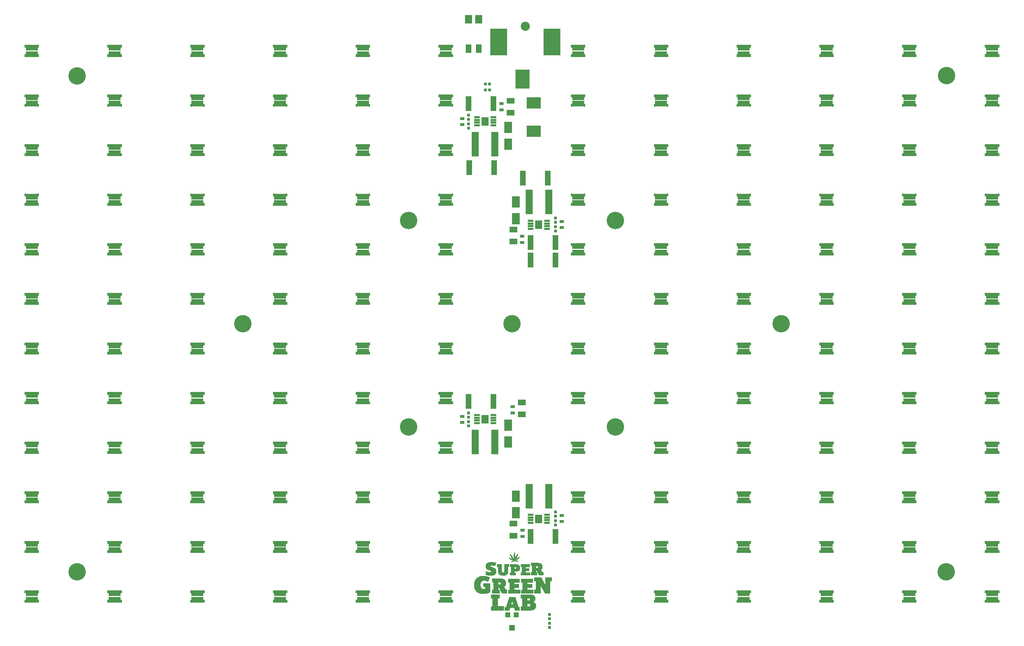
<source format=gts>
%FSLAX25Y25*%
%MOIN*%
G70*
G01*
G75*
G04 Layer_Color=8388736*
%ADD10C,0.00591*%
%ADD11R,0.11024X0.04921*%
%ADD12R,0.01378X0.02165*%
%ADD13R,0.12992X0.17323*%
%ADD14R,0.15354X0.24410*%
%ADD15R,0.04724X0.07087*%
%ADD16R,0.05906X0.07087*%
%ADD17R,0.04724X0.04724*%
%ADD18R,0.04724X0.13386*%
%ADD19R,0.01969X0.02362*%
%ADD20R,0.06693X0.09843*%
%ADD21R,0.06890X0.04724*%
%ADD22R,0.03543X0.02362*%
%ADD23R,0.06693X0.07874*%
%ADD24R,0.05315X0.01772*%
%ADD25R,0.06299X0.22441*%
%ADD26R,0.02362X0.01969*%
%ADD27R,0.12992X0.09843*%
%ADD28C,0.01772*%
%ADD29C,0.00100*%
%ADD30C,0.15748*%
%ADD31C,0.07874*%
%ADD32C,0.00984*%
%ADD33C,0.00787*%
%ADD34C,0.01000*%
%ADD35R,0.10630X0.04528*%
%ADD36R,0.00984X0.01772*%
%ADD37R,0.11417X0.05315*%
%ADD38R,0.01772X0.02559*%
%ADD39R,0.13792X0.18123*%
%ADD40R,0.16154X0.25210*%
%ADD41R,0.05524X0.07887*%
%ADD42R,0.06706X0.07887*%
%ADD43R,0.05524X0.05524*%
%ADD44R,0.05118X0.05118*%
%ADD45R,0.05524X0.14186*%
%ADD46R,0.02756X0.03150*%
%ADD47R,0.07493X0.10642*%
%ADD48R,0.07690X0.05524*%
%ADD49R,0.04331X0.03150*%
%ADD50R,0.07087X0.08268*%
%ADD51R,0.05709X0.02165*%
%ADD52R,0.07099X0.23241*%
%ADD53R,0.03150X0.02756*%
%ADD54R,0.13792X0.10642*%
%ADD55C,0.16548*%
%ADD56C,0.08674*%
D29*
X-2022Y-229161D02*
X4678D01*
X2178Y-217761D02*
X2278D01*
X2178Y-217861D02*
X2278D01*
X2178Y-217961D02*
X2278D01*
X2178Y-218061D02*
X2278D01*
X2078Y-218161D02*
X2378D01*
X2078Y-218261D02*
X2378D01*
X1978Y-218361D02*
X2378D01*
X1978Y-218461D02*
X2478D01*
X1978Y-218561D02*
X2478D01*
X1878Y-218661D02*
X2478D01*
X1878Y-218761D02*
X2478D01*
X5378D02*
X5478D01*
X1978Y-218861D02*
X2578D01*
X1878Y-218961D02*
X2578D01*
X5278D02*
X5378D01*
X1778Y-219061D02*
X2478D01*
X5278D02*
X5378D01*
X-1922Y-219161D02*
X-1822D01*
X1778D02*
X2478D01*
X5078D02*
X5378D01*
X-1922Y-219261D02*
X-1722D01*
X1778D02*
X2578D01*
X5078D02*
X5378D01*
X-1922Y-219361D02*
X-1622D01*
X1778D02*
X2578D01*
X4978D02*
X5278D01*
X-1922Y-219461D02*
X-1522D01*
X1678D02*
X2578D01*
X4978D02*
X5378D01*
X-1822Y-219561D02*
X-1522D01*
X1678D02*
X2578D01*
X4978D02*
X5278D01*
X-1822Y-219661D02*
X-1522D01*
X1678D02*
X2578D01*
X4778D02*
X5278D01*
X-1822Y-219761D02*
X-1322D01*
X1778D02*
X2678D01*
X4778D02*
X5278D01*
X-1822Y-219861D02*
X-1222D01*
X1578D02*
X2678D01*
X4578D02*
X5278D01*
X-1722Y-219961D02*
X-1222D01*
X1678D02*
X2678D01*
X4578D02*
X5278D01*
X-1722Y-220061D02*
X-1022D01*
X1678D02*
X2678D01*
X4578D02*
X5178D01*
X-1722Y-220161D02*
X-1022D01*
X1678D02*
X2778D01*
X4378D02*
X5178D01*
X-1622Y-220261D02*
X-922D01*
X1578D02*
X2778D01*
X4378D02*
X5278D01*
X-1622Y-220361D02*
X-822D01*
X1678D02*
X2678D01*
X4378D02*
X5278D01*
X-1622Y-220461D02*
X-722D01*
X1678D02*
X2678D01*
X4378D02*
X5178D01*
X-1522Y-220561D02*
X-722D01*
X1678D02*
X2778D01*
X4178D02*
X5178D01*
X-1522Y-220661D02*
X-722D01*
X1478D02*
X2778D01*
X4178D02*
X5078D01*
X-1522Y-220761D02*
X-522D01*
X1578D02*
X2778D01*
X4078D02*
X5078D01*
X-1522Y-220861D02*
X-522D01*
X1578D02*
X2678D01*
X3978D02*
X5178D01*
X-1322Y-220961D02*
X-422D01*
X1678D02*
X2678D01*
X3978D02*
X5078D01*
X-1322Y-221061D02*
X-222D01*
X1678D02*
X2678D01*
X3978D02*
X4978D01*
X-1322Y-221161D02*
X-222D01*
X1478D02*
X2778D01*
X3778D02*
X4978D01*
X-1322Y-221261D02*
X-122D01*
X1578D02*
X2778D01*
X3778D02*
X4978D01*
X-1222Y-221361D02*
X-22D01*
X1578D02*
X2678D01*
X3778D02*
X4878D01*
X-1122Y-221461D02*
X-22D01*
X1578D02*
X2678D01*
X3778D02*
X4878D01*
X-1022Y-221561D02*
X78D01*
X1578D02*
X2678D01*
X3778D02*
X4778D01*
X-1022Y-221661D02*
X78D01*
X1478D02*
X2778D01*
X3478D02*
X4778D01*
X-1022Y-221761D02*
X178D01*
X1578D02*
X2678D01*
X3478D02*
X4778D01*
X-922Y-221861D02*
X278D01*
X1578D02*
X2678D01*
X3478D02*
X4678D01*
X-822Y-221961D02*
X278D01*
X1678D02*
X2578D01*
X3478D02*
X4678D01*
X-922Y-222061D02*
X478D01*
X1578D02*
X2678D01*
X3278D02*
X4678D01*
X-822Y-222161D02*
X478D01*
X1578D02*
X2778D01*
X3278D02*
X4578D01*
X-622Y-222261D02*
X478D01*
X1578D02*
X2678D01*
X3278D02*
X4478D01*
X6978D02*
X7178D01*
X-622Y-222361D02*
X478D01*
X1678D02*
X2578D01*
X3278D02*
X4478D01*
X6678D02*
X7078D01*
X-622Y-222461D02*
X678D01*
X1678D02*
X2578D01*
X3178D02*
X4478D01*
X6478D02*
X6978D01*
X-522Y-222561D02*
X678D01*
X1678D02*
X2678D01*
X3178D02*
X4278D01*
X6178D02*
X6878D01*
X-3122Y-222661D02*
X-2922D01*
X-422D02*
X678D01*
X1578D02*
X2678D01*
X3178D02*
X4278D01*
X6078D02*
X6778D01*
X-3022Y-222761D02*
X-2722D01*
X-422D02*
X778D01*
X1578D02*
X2578D01*
X3078D02*
X4278D01*
X5678D02*
X6778D01*
X-2922Y-222861D02*
X-2422D01*
X-422D02*
X778D01*
X1678D02*
X2578D01*
X3078D02*
X4178D01*
X5578D02*
X6578D01*
X-2822Y-222961D02*
X-2122D01*
X-322D02*
X878D01*
X1678D02*
X2578D01*
X2978D02*
X4078D01*
X5278D02*
X6478D01*
X-2822Y-223061D02*
X-1822D01*
X-122D02*
X978D01*
X1678D02*
X2578D01*
X2978D02*
X3978D01*
X5178D02*
X6478D01*
X-2622Y-223161D02*
X-1722D01*
X-122D02*
X978D01*
X1678D02*
X2578D01*
X2978D02*
X3978D01*
X4878D02*
X4978D01*
X5078D02*
X6278D01*
X-2522Y-223261D02*
X-1322D01*
X-122D02*
X1078D01*
X1678D02*
X2478D01*
X2978D02*
X3978D01*
X4878D02*
X6278D01*
X-2522Y-223361D02*
X-1222D01*
X-22D02*
X1078D01*
X1678D02*
X2478D01*
X2978D02*
X3878D01*
X4778D02*
X6178D01*
X-2322Y-223461D02*
X-1122D01*
X-1022D02*
X-922D01*
X178D02*
X1078D01*
X1778D02*
X2478D01*
X2778D02*
X3778D01*
X4478D02*
X5978D01*
X-2222Y-223561D02*
X-822D01*
X178D02*
X1278D01*
X1778D02*
X2578D01*
X2778D02*
X3678D01*
X4478D02*
X5978D01*
X-2222Y-223661D02*
X-822D01*
X278D02*
X1278D01*
X1778D02*
X2478D01*
X2778D02*
X3678D01*
X4378D02*
X5878D01*
X-2022Y-223761D02*
X-522D01*
X378D02*
X1278D01*
X1778D02*
X2478D01*
X2778D02*
X3578D01*
X4178D02*
X5578D01*
X-1922Y-223861D02*
X-422D01*
X478D02*
X1278D01*
X1778D02*
X2478D01*
X2778D02*
X3478D01*
X4078D02*
X5578D01*
X-1922Y-223961D02*
X-122D01*
X578D02*
X1278D01*
X1878D02*
X2478D01*
X2678D02*
X3378D01*
X3978D02*
X5578D01*
X-1622Y-224061D02*
X-22D01*
X578D02*
X1378D01*
X1878D02*
X3378D01*
X3878D02*
X5278D01*
X-1522Y-224161D02*
X78D01*
X678D02*
X1478D01*
X1878D02*
X2478D01*
X2578D02*
X3378D01*
X3778D02*
X5178D01*
X-1522Y-224261D02*
X278D01*
X778D02*
X1478D01*
X1878D02*
X2378D01*
X2678D02*
X3178D01*
X3778D02*
X5178D01*
X-1222Y-224361D02*
X378D01*
X978D02*
X1578D01*
X1878D02*
X2378D01*
X2678D02*
X3178D01*
X3578D02*
X4978D01*
X-1122Y-224461D02*
X478D01*
X1078D02*
X1578D01*
X1878D02*
X2378D01*
X2578D02*
X3078D01*
X3478D02*
X4778D01*
X-1122Y-224561D02*
X678D01*
X1078D02*
X1578D01*
X1978D02*
X2378D01*
X2578D02*
X2978D01*
X3478D02*
X4778D01*
X-822Y-224661D02*
X678D01*
X1178D02*
X1578D01*
X1978D02*
X2878D01*
X3378D02*
X4578D01*
X-722Y-224761D02*
X778D01*
X1278D02*
X1678D01*
X1978D02*
X2878D01*
X3278D02*
X4278D01*
X-622Y-224861D02*
X878D01*
X1378D02*
X1678D01*
X1978D02*
X2778D01*
X3178D02*
X4178D01*
X-322Y-224961D02*
X1078D01*
X1478D02*
X1678D01*
X2078D02*
X2678D01*
X3078D02*
X3878D01*
X-222Y-225061D02*
X1178D01*
X1578D02*
X1778D01*
X2078D02*
X2578D01*
X2978D02*
X3778D01*
X278Y-225161D02*
X1278D01*
X1678D02*
X1878D01*
X2078D02*
X2478D01*
X2978D02*
X3478D01*
X478Y-225261D02*
X1378D01*
X1778D02*
X1878D01*
X2078D02*
X2478D01*
X2878D02*
X3278D01*
X778Y-225361D02*
X1478D01*
X1778D02*
X2378D01*
X2778D02*
X3078D01*
X1178Y-225461D02*
X1578D01*
X1878D02*
X2378D01*
X2678D02*
X2778D01*
X1378Y-225561D02*
X1678D01*
X1878D02*
X2378D01*
X4078D02*
X4178D01*
X4378D02*
X4478D01*
X1578Y-225661D02*
X2478D01*
X3178D02*
X4878D01*
X1578Y-225761D02*
X2578D01*
X2778D02*
X5478D01*
X378Y-225861D02*
X2178D01*
X2578D02*
X5778D01*
X278Y-225961D02*
X1878D01*
X2878D02*
X5978D01*
X-22Y-226061D02*
X1678D01*
X3178D02*
X5578D01*
X-222Y-226161D02*
X1578D01*
X3578D02*
X5278D01*
X-322Y-226261D02*
X1378D01*
X4078D02*
X4778D01*
X-422Y-226361D02*
X978D01*
X-622Y-226461D02*
X478D01*
X-622Y-226561D02*
X78D01*
X178D02*
X278D01*
X-822Y-226661D02*
X-422D01*
X-21222Y-227061D02*
X-18322D01*
X-21822Y-227161D02*
X-17522D01*
X-22222Y-227261D02*
X-17122D01*
X-22522Y-227361D02*
X-16722D01*
X-22722Y-227461D02*
X-16322D01*
X-23022Y-227561D02*
X-15922D01*
X-23222Y-227661D02*
X-15622D01*
X-23322Y-227761D02*
X-15322D01*
X17778D02*
X25078D01*
X-23522Y-227861D02*
X-15322D01*
X17878D02*
X25678D01*
X-23622Y-227961D02*
X-15422D01*
X17878D02*
X26178D01*
X-23822Y-228061D02*
X-15422D01*
X17878D02*
X26478D01*
X-23922Y-228161D02*
X-15422D01*
X17878D02*
X26678D01*
X-24022Y-228261D02*
X-15522D01*
X17878D02*
X26878D01*
X-24122Y-228361D02*
X-15522D01*
X17878D02*
X27078D01*
X-24222Y-228461D02*
X-15522D01*
X17878D02*
X27278D01*
X-24322Y-228561D02*
X-15622D01*
X17878D02*
X27378D01*
X-24422Y-228661D02*
X-15622D01*
X17878D02*
X27578D01*
X-24422Y-228761D02*
X-15622D01*
X17878D02*
X27678D01*
X-24522Y-228861D02*
X-15722D01*
X17878D02*
X27778D01*
X-24622Y-228961D02*
X-15722D01*
X17878D02*
X27878D01*
X-24622Y-229061D02*
X-15722D01*
X-14322D02*
X-9822D01*
X-7222D02*
X-2922D01*
X-2022D02*
X3878D01*
X8278D02*
X16678D01*
X17878D02*
X27978D01*
X-24722Y-229161D02*
X-15822D01*
X-14322D02*
X-9822D01*
X-7222D02*
X-2922D01*
X8278D02*
X16578D01*
X17878D02*
X28078D01*
X-24722Y-229261D02*
X-15822D01*
X-14322D02*
X-9822D01*
X-7222D02*
X-2922D01*
X-2022D02*
X5078D01*
X8278D02*
X16578D01*
X17878D02*
X28178D01*
X-24822Y-229361D02*
X-15822D01*
X-14322D02*
X-9822D01*
X-7222D02*
X-2922D01*
X-2022D02*
X5378D01*
X8278D02*
X16578D01*
X17878D02*
X28178D01*
X-24822Y-229461D02*
X-15822D01*
X-14322D02*
X-9822D01*
X-7222D02*
X-2922D01*
X-2022D02*
X5578D01*
X8278D02*
X16578D01*
X17878D02*
X28278D01*
X-24822Y-229561D02*
X-15922D01*
X-14322D02*
X-9822D01*
X-7222D02*
X-2922D01*
X-2022D02*
X5778D01*
X8278D02*
X16578D01*
X17878D02*
X28378D01*
X-24922Y-229661D02*
X-15922D01*
X-14322D02*
X-9822D01*
X-7222D02*
X-2922D01*
X-2022D02*
X5978D01*
X8278D02*
X16578D01*
X17878D02*
X28378D01*
X-24922Y-229761D02*
X-15922D01*
X-14322D02*
X-9822D01*
X-7222D02*
X-2922D01*
X-2022D02*
X6178D01*
X8278D02*
X16578D01*
X17878D02*
X28478D01*
X-24922Y-229861D02*
X-16022D01*
X-14322D02*
X-9822D01*
X-7222D02*
X-2922D01*
X-2022D02*
X6278D01*
X8278D02*
X16578D01*
X17878D02*
X28478D01*
X-24922Y-229961D02*
X-19522D01*
X-18922D02*
X-16022D01*
X-14322D02*
X-9822D01*
X-7222D02*
X-2922D01*
X-2022D02*
X6378D01*
X8278D02*
X16578D01*
X17878D02*
X28478D01*
X-25022Y-230061D02*
X-20022D01*
X-18122D02*
X-16022D01*
X-14322D02*
X-9822D01*
X-7222D02*
X-2922D01*
X-2022D02*
X6478D01*
X8278D02*
X16578D01*
X17878D02*
X28578D01*
X-25022Y-230161D02*
X-20222D01*
X-17722D02*
X-16122D01*
X-14322D02*
X-9822D01*
X-7222D02*
X-2922D01*
X-2022D02*
X6578D01*
X8278D02*
X16578D01*
X17878D02*
X28578D01*
X-25022Y-230261D02*
X-20322D01*
X-17322D02*
X-16122D01*
X-14322D02*
X-9822D01*
X-7222D02*
X-2922D01*
X-2022D02*
X6678D01*
X8278D02*
X16578D01*
X17878D02*
X28578D01*
X-25022Y-230361D02*
X-20422D01*
X-17022D02*
X-16122D01*
X-14322D02*
X-9822D01*
X-7222D02*
X-2922D01*
X-2022D02*
X6778D01*
X8278D02*
X16578D01*
X17878D02*
X28678D01*
X-25022Y-230461D02*
X-20522D01*
X-16722D02*
X-16222D01*
X-14322D02*
X-9822D01*
X-7222D02*
X-2922D01*
X-2022D02*
X6878D01*
X8278D02*
X16578D01*
X17878D02*
X18778D01*
X18878D02*
X28678D01*
X-25022Y-230561D02*
X-20622D01*
X-16422D02*
X-16222D01*
X-14322D02*
X-9822D01*
X-7222D02*
X-2922D01*
X-2022D02*
X6978D01*
X8278D02*
X16578D01*
X18978D02*
X28678D01*
X-25022Y-230661D02*
X-20622D01*
X-14322D02*
X-9822D01*
X-7222D02*
X-2922D01*
X-2022D02*
X6978D01*
X8278D02*
X16578D01*
X18978D02*
X22578D01*
X24078D02*
X28678D01*
X-25022Y-230761D02*
X-20622D01*
X-14322D02*
X-9822D01*
X-7222D02*
X-2922D01*
X-2022D02*
X7078D01*
X8278D02*
X16578D01*
X18978D02*
X22578D01*
X24378D02*
X28778D01*
X-25022Y-230861D02*
X-20622D01*
X-14322D02*
X-9822D01*
X-7222D02*
X-2922D01*
X-2022D02*
X7078D01*
X8278D02*
X16578D01*
X18978D02*
X22578D01*
X24578D02*
X28778D01*
X-25022Y-230961D02*
X-20522D01*
X-14322D02*
X-9822D01*
X-7222D02*
X-2922D01*
X-2022D02*
X7178D01*
X8278D02*
X16578D01*
X18978D02*
X22578D01*
X24678D02*
X28778D01*
X-25022Y-231061D02*
X-20522D01*
X-14322D02*
X-9822D01*
X-7222D02*
X-2922D01*
X-2022D02*
X7178D01*
X8278D02*
X16578D01*
X18978D02*
X22578D01*
X24678D02*
X28778D01*
X-25022Y-231161D02*
X-20422D01*
X-14322D02*
X-9822D01*
X-7222D02*
X-2922D01*
X-2022D02*
X7278D01*
X8278D02*
X16578D01*
X18978D02*
X22578D01*
X24778D02*
X28778D01*
X-25022Y-231261D02*
X-20322D01*
X-14322D02*
X-9822D01*
X-7222D02*
X-2922D01*
X-2022D02*
X7278D01*
X8278D02*
X16578D01*
X18978D02*
X22578D01*
X24778D02*
X28778D01*
X-25022Y-231361D02*
X-20122D01*
X-14322D02*
X-9822D01*
X-7222D02*
X-2922D01*
X-2022D02*
X7278D01*
X8278D02*
X16578D01*
X18978D02*
X22578D01*
X24878D02*
X28778D01*
X-25022Y-231461D02*
X-19922D01*
X-13322D02*
X-9822D01*
X-7222D02*
X-3922D01*
X-1022D02*
X7278D01*
X9278D02*
X16578D01*
X18978D02*
X22578D01*
X24878D02*
X28778D01*
X-25022Y-231561D02*
X-19622D01*
X-13322D02*
X-9822D01*
X-7222D02*
X-3922D01*
X-1022D02*
X7378D01*
X9278D02*
X16678D01*
X18978D02*
X22578D01*
X24878D02*
X28778D01*
X-25022Y-231661D02*
X-19422D01*
X-13322D02*
X-9822D01*
X-7222D02*
X-3922D01*
X-1022D02*
X2178D01*
X3478D02*
X7378D01*
X9278D02*
X12678D01*
X18978D02*
X22578D01*
X24878D02*
X28778D01*
X-24922Y-231761D02*
X-19122D01*
X-13322D02*
X-9822D01*
X-7222D02*
X-3922D01*
X-1022D02*
X2178D01*
X3778D02*
X7378D01*
X9278D02*
X12678D01*
X18978D02*
X22578D01*
X24878D02*
X28778D01*
X-24922Y-231861D02*
X-18822D01*
X-13322D02*
X-9822D01*
X-7222D02*
X-3922D01*
X-1022D02*
X2178D01*
X3978D02*
X7378D01*
X9278D02*
X12678D01*
X18978D02*
X22578D01*
X24878D02*
X28778D01*
X-24922Y-231961D02*
X-18522D01*
X-13322D02*
X-9822D01*
X-7222D02*
X-3922D01*
X-1022D02*
X2178D01*
X3978D02*
X7378D01*
X9278D02*
X12678D01*
X18978D02*
X22578D01*
X24778D02*
X28778D01*
X-24922Y-232061D02*
X-18222D01*
X-13322D02*
X-9822D01*
X-7222D02*
X-3922D01*
X-1022D02*
X2178D01*
X4078D02*
X7378D01*
X9278D02*
X12678D01*
X18978D02*
X22578D01*
X24778D02*
X28778D01*
X-24822Y-232161D02*
X-17922D01*
X-13322D02*
X-9822D01*
X-7222D02*
X-3922D01*
X-1022D02*
X2178D01*
X4178D02*
X7478D01*
X9278D02*
X12678D01*
X18978D02*
X22578D01*
X24678D02*
X28778D01*
X-24822Y-232261D02*
X-17622D01*
X-13322D02*
X-9822D01*
X-7222D02*
X-3922D01*
X-1022D02*
X2178D01*
X4178D02*
X7478D01*
X9278D02*
X12678D01*
X18978D02*
X22578D01*
X24678D02*
X28678D01*
X-24822Y-232361D02*
X-17422D01*
X-13322D02*
X-9822D01*
X-7222D02*
X-3922D01*
X-1022D02*
X2178D01*
X4178D02*
X7478D01*
X9278D02*
X12678D01*
X18978D02*
X22578D01*
X24578D02*
X28678D01*
X-24722Y-232461D02*
X-17222D01*
X-13322D02*
X-9822D01*
X-7222D02*
X-3922D01*
X-1022D02*
X2178D01*
X4178D02*
X7478D01*
X9278D02*
X12678D01*
X18978D02*
X22578D01*
X24378D02*
X28678D01*
X-24722Y-232561D02*
X-17022D01*
X-13322D02*
X-9822D01*
X-7222D02*
X-3922D01*
X-1022D02*
X2178D01*
X4178D02*
X7478D01*
X9278D02*
X12678D01*
X18978D02*
X22578D01*
X24078D02*
X28678D01*
X-24622Y-232661D02*
X-16822D01*
X-13322D02*
X-9822D01*
X-7222D02*
X-3922D01*
X-1022D02*
X2178D01*
X4178D02*
X7478D01*
X9278D02*
X12678D01*
X18978D02*
X28578D01*
X-24622Y-232761D02*
X-16622D01*
X-13322D02*
X-9822D01*
X-7222D02*
X-3922D01*
X-1022D02*
X2178D01*
X4178D02*
X7478D01*
X9278D02*
X12678D01*
X18978D02*
X28578D01*
X-24522Y-232861D02*
X-16522D01*
X-13322D02*
X-9822D01*
X-7222D02*
X-3922D01*
X-1022D02*
X2178D01*
X4178D02*
X7378D01*
X9278D02*
X16078D01*
X18978D02*
X28578D01*
X-24522Y-232961D02*
X-16422D01*
X-13322D02*
X-9822D01*
X-7222D02*
X-3922D01*
X-1022D02*
X2178D01*
X4078D02*
X7378D01*
X9278D02*
X16078D01*
X18978D02*
X28478D01*
X-24422Y-233061D02*
X-16222D01*
X-13322D02*
X-9822D01*
X-7222D02*
X-3922D01*
X-1022D02*
X2178D01*
X4078D02*
X7378D01*
X9278D02*
X16078D01*
X18978D02*
X28478D01*
X-24322Y-233161D02*
X-16122D01*
X-13322D02*
X-9822D01*
X-7222D02*
X-3922D01*
X-1022D02*
X2178D01*
X3978D02*
X7378D01*
X9278D02*
X16078D01*
X18978D02*
X28378D01*
X-24222Y-233261D02*
X-16022D01*
X-13322D02*
X-9822D01*
X-7222D02*
X-3922D01*
X-1022D02*
X2178D01*
X3878D02*
X7378D01*
X9278D02*
X16078D01*
X18978D02*
X28278D01*
X-24122Y-233361D02*
X-15922D01*
X-13322D02*
X-9822D01*
X-7222D02*
X-3922D01*
X-1022D02*
X2178D01*
X3678D02*
X7378D01*
X9278D02*
X16078D01*
X18978D02*
X28178D01*
X-24022Y-233461D02*
X-15822D01*
X-13322D02*
X-9822D01*
X-7222D02*
X-3922D01*
X-1022D02*
X7378D01*
X9278D02*
X16078D01*
X18978D02*
X28178D01*
X-23922Y-233561D02*
X-15822D01*
X-13322D02*
X-9822D01*
X-7222D02*
X-3922D01*
X-1022D02*
X7278D01*
X9278D02*
X16078D01*
X18978D02*
X28078D01*
X-23822Y-233661D02*
X-15722D01*
X-13322D02*
X-9822D01*
X-7222D02*
X-3922D01*
X-1022D02*
X7278D01*
X9278D02*
X16078D01*
X18978D02*
X27878D01*
X-23622Y-233761D02*
X-15622D01*
X-13322D02*
X-9822D01*
X-7222D02*
X-3922D01*
X-1022D02*
X7278D01*
X9278D02*
X16078D01*
X18978D02*
X27778D01*
X-23522Y-233861D02*
X-15622D01*
X-13322D02*
X-9822D01*
X-7222D02*
X-3922D01*
X-1022D02*
X7278D01*
X9278D02*
X16078D01*
X18978D02*
X27678D01*
X-23322Y-233961D02*
X-15522D01*
X-13322D02*
X-9822D01*
X-7222D02*
X-3922D01*
X-1022D02*
X7178D01*
X9278D02*
X16078D01*
X18978D02*
X27478D01*
X-23222Y-234061D02*
X-15522D01*
X-13322D02*
X-9822D01*
X-7222D02*
X-3922D01*
X-1022D02*
X7178D01*
X9278D02*
X16078D01*
X18978D02*
X27378D01*
X-23022Y-234161D02*
X-15422D01*
X-13322D02*
X-9822D01*
X-7222D02*
X-3922D01*
X-1022D02*
X7078D01*
X9278D02*
X16078D01*
X18978D02*
X27178D01*
X-22722Y-234261D02*
X-15422D01*
X-13322D02*
X-9822D01*
X-7222D02*
X-3922D01*
X-1022D02*
X7078D01*
X9278D02*
X16078D01*
X18978D02*
X27178D01*
X-22522Y-234361D02*
X-15322D01*
X-13322D02*
X-9822D01*
X-7222D02*
X-3922D01*
X-1022D02*
X6978D01*
X9278D02*
X16078D01*
X18978D02*
X27278D01*
X-22222Y-234461D02*
X-15322D01*
X-13322D02*
X-9822D01*
X-7222D02*
X-3922D01*
X-1022D02*
X6978D01*
X9278D02*
X16078D01*
X18978D02*
X27378D01*
X-22022Y-234561D02*
X-15322D01*
X-13322D02*
X-9822D01*
X-7222D02*
X-3922D01*
X-1022D02*
X6878D01*
X9278D02*
X16078D01*
X18978D02*
X27478D01*
X-21722Y-234661D02*
X-15322D01*
X-13322D02*
X-9822D01*
X-7222D02*
X-3922D01*
X-1022D02*
X6778D01*
X9278D02*
X16078D01*
X18978D02*
X27578D01*
X-21422Y-234761D02*
X-15222D01*
X-13322D02*
X-9822D01*
X-7222D02*
X-3922D01*
X-1022D02*
X6778D01*
X9278D02*
X16078D01*
X18978D02*
X27578D01*
X-21122Y-234861D02*
X-15222D01*
X-13322D02*
X-9822D01*
X-7222D02*
X-3922D01*
X-1022D02*
X6678D01*
X9278D02*
X16078D01*
X18978D02*
X27678D01*
X-20822Y-234961D02*
X-15222D01*
X-13322D02*
X-9822D01*
X-7222D02*
X-3922D01*
X-1022D02*
X6578D01*
X9278D02*
X16078D01*
X18978D02*
X27778D01*
X-20522Y-235061D02*
X-15222D01*
X-13322D02*
X-9822D01*
X-7222D02*
X-3922D01*
X-1022D02*
X6378D01*
X9278D02*
X16078D01*
X18978D02*
X27778D01*
X-20322Y-235161D02*
X-15222D01*
X-13322D02*
X-9822D01*
X-7222D02*
X-3922D01*
X-1022D02*
X6278D01*
X9278D02*
X16078D01*
X18978D02*
X22578D01*
X23478D02*
X27878D01*
X-20122Y-235261D02*
X-15222D01*
X-13322D02*
X-9822D01*
X-7222D02*
X-3922D01*
X-1022D02*
X6078D01*
X9278D02*
X16078D01*
X18978D02*
X22578D01*
X23578D02*
X27878D01*
X-20022Y-235361D02*
X-15222D01*
X-13322D02*
X-9822D01*
X-7222D02*
X-3922D01*
X-1022D02*
X5878D01*
X9278D02*
X16078D01*
X18978D02*
X22578D01*
X23678D02*
X27978D01*
X-19922Y-235461D02*
X-15222D01*
X-13222D02*
X-9822D01*
X-7222D02*
X-3922D01*
X-1022D02*
X5678D01*
X9278D02*
X12678D01*
X18978D02*
X22578D01*
X23778D02*
X27978D01*
X-19822Y-235561D02*
X-15222D01*
X-13222D02*
X-9822D01*
X-7222D02*
X-3922D01*
X-1022D02*
X5378D01*
X9278D02*
X12678D01*
X18978D02*
X22578D01*
X23778D02*
X27978D01*
X-19722Y-235661D02*
X-15222D01*
X-13222D02*
X-9822D01*
X-7222D02*
X-3922D01*
X-1022D02*
X5078D01*
X9278D02*
X12678D01*
X18978D02*
X22578D01*
X23878D02*
X28078D01*
X-24922Y-235761D02*
X-24822D01*
X-19722D02*
X-15222D01*
X-13222D02*
X-9822D01*
X-7222D02*
X-3922D01*
X-1022D02*
X4478D01*
X9278D02*
X12678D01*
X18978D02*
X22578D01*
X23878D02*
X28078D01*
X-24922Y-235861D02*
X-24522D01*
X-19722D02*
X-15222D01*
X-13222D02*
X-9822D01*
X-7322D02*
X-3922D01*
X-1022D02*
X2178D01*
X9278D02*
X12678D01*
X18978D02*
X22578D01*
X23978D02*
X28178D01*
X-24922Y-235961D02*
X-24222D01*
X-19722D02*
X-15222D01*
X-13222D02*
X-9722D01*
X-7322D02*
X-3922D01*
X-1022D02*
X2178D01*
X9278D02*
X12678D01*
X18978D02*
X22578D01*
X24078D02*
X28178D01*
X-24922Y-236061D02*
X-24022D01*
X-19722D02*
X-15222D01*
X-13222D02*
X-9722D01*
X-7322D02*
X-3922D01*
X-1022D02*
X2178D01*
X9278D02*
X12678D01*
X18978D02*
X22578D01*
X24078D02*
X28278D01*
X-24922Y-236161D02*
X-23722D01*
X-19722D02*
X-15222D01*
X-13222D02*
X-9722D01*
X-7422D02*
X-4022D01*
X-1022D02*
X2178D01*
X9278D02*
X12678D01*
X18978D02*
X22578D01*
X24178D02*
X28278D01*
X-24922Y-236261D02*
X-23422D01*
X-19822D02*
X-15222D01*
X-13222D02*
X-9622D01*
X-7422D02*
X-4022D01*
X-1022D02*
X2178D01*
X9278D02*
X12678D01*
X18978D02*
X22578D01*
X24178D02*
X28378D01*
X-24922Y-236361D02*
X-23022D01*
X-19922D02*
X-15222D01*
X-13222D02*
X-9622D01*
X-7522D02*
X-4022D01*
X-1022D02*
X2178D01*
X9278D02*
X12678D01*
X18978D02*
X22578D01*
X24178D02*
X28478D01*
X-24922Y-236461D02*
X-22722D01*
X-20022D02*
X-15222D01*
X-13122D02*
X-9522D01*
X-7522D02*
X-4022D01*
X-1022D02*
X2178D01*
X9278D02*
X12678D01*
X18978D02*
X22578D01*
X24278D02*
X28578D01*
X-24922Y-236561D02*
X-22222D01*
X-20222D02*
X-15222D01*
X-13122D02*
X-9422D01*
X-7622D02*
X-4022D01*
X-1022D02*
X2178D01*
X9278D02*
X12678D01*
X18978D02*
X22578D01*
X24278D02*
X28678D01*
X-24922Y-236661D02*
X-15222D01*
X-13122D02*
X-9322D01*
X-7822D02*
X-4022D01*
X-1022D02*
X2178D01*
X9278D02*
X12678D01*
X18978D02*
X22578D01*
X24378D02*
X28778D01*
X-24922Y-236761D02*
X-15322D01*
X-13122D02*
X-9022D01*
X-8122D02*
X-4022D01*
X-1022D02*
X2178D01*
X9278D02*
X12678D01*
X17878D02*
X23578D01*
X24378D02*
X29678D01*
X-24922Y-236861D02*
X-15322D01*
X-13122D02*
X-4122D01*
X-1022D02*
X2178D01*
X9278D02*
X12678D01*
X16778D02*
X16878D01*
X17878D02*
X23578D01*
X24378D02*
X29678D01*
X-24922Y-236961D02*
X-15322D01*
X-13022D02*
X-4122D01*
X-1022D02*
X2178D01*
X9278D02*
X16878D01*
X17878D02*
X23578D01*
X24478D02*
X29678D01*
X-24922Y-237061D02*
X-15322D01*
X-13022D02*
X-4122D01*
X-2022D02*
X3278D01*
X8278D02*
X16878D01*
X17878D02*
X23578D01*
X24478D02*
X29678D01*
X-24922Y-237161D02*
X-15422D01*
X-13022D02*
X-4122D01*
X-2022D02*
X3278D01*
X8278D02*
X16878D01*
X17878D02*
X23578D01*
X24578D02*
X29678D01*
X-24922Y-237261D02*
X-15422D01*
X-13022D02*
X-4222D01*
X-2022D02*
X3278D01*
X8278D02*
X16878D01*
X17878D02*
X23578D01*
X24578D02*
X29678D01*
X-24922Y-237361D02*
X-15422D01*
X-12922D02*
X-4222D01*
X-2022D02*
X3278D01*
X8278D02*
X16878D01*
X17878D02*
X23578D01*
X24578D02*
X29678D01*
X-24922Y-237461D02*
X-15522D01*
X-12922D02*
X-4222D01*
X-2022D02*
X3278D01*
X8278D02*
X16878D01*
X17878D02*
X23578D01*
X24678D02*
X29678D01*
X-24922Y-237561D02*
X-15522D01*
X-12822D02*
X-4322D01*
X-2022D02*
X3278D01*
X8278D02*
X16878D01*
X17878D02*
X23578D01*
X24678D02*
X29678D01*
X-24922Y-237661D02*
X-15622D01*
X-12822D02*
X-4322D01*
X-2022D02*
X3278D01*
X8278D02*
X16878D01*
X17878D02*
X23578D01*
X24678D02*
X29678D01*
X-24922Y-237761D02*
X-15622D01*
X-12822D02*
X-4422D01*
X-2022D02*
X3278D01*
X8278D02*
X16878D01*
X17878D02*
X23578D01*
X24778D02*
X29678D01*
X-24922Y-237861D02*
X-15722D01*
X-12722D02*
X-4422D01*
X-2022D02*
X3278D01*
X8278D02*
X16878D01*
X17878D02*
X23578D01*
X24778D02*
X29678D01*
X-24922Y-237961D02*
X-15722D01*
X-12622D02*
X-4522D01*
X-2022D02*
X3278D01*
X8278D02*
X16878D01*
X17878D02*
X23578D01*
X24878D02*
X29678D01*
X-24922Y-238061D02*
X-15822D01*
X-12622D02*
X-4522D01*
X-2022D02*
X3278D01*
X8278D02*
X16878D01*
X17878D02*
X23578D01*
X24878D02*
X29678D01*
X-24922Y-238161D02*
X-15922D01*
X-12522D02*
X-4622D01*
X-2022D02*
X3278D01*
X8278D02*
X16878D01*
X17878D02*
X23578D01*
X24978D02*
X29678D01*
X-24922Y-238261D02*
X-15922D01*
X-12522D02*
X-4722D01*
X-2022D02*
X3278D01*
X8278D02*
X16878D01*
X17878D02*
X23578D01*
X24978D02*
X29678D01*
X-24922Y-238361D02*
X-16022D01*
X-12422D02*
X-4722D01*
X-2022D02*
X3278D01*
X8278D02*
X16878D01*
X17878D02*
X23578D01*
X25078D02*
X29678D01*
X-24922Y-238461D02*
X-16122D01*
X-12322D02*
X-4822D01*
X-2022D02*
X3278D01*
X8278D02*
X16878D01*
X17878D02*
X23578D01*
X25078D02*
X29678D01*
X-24922Y-238561D02*
X-16222D01*
X-12222D02*
X-4922D01*
X-2022D02*
X3278D01*
X8278D02*
X16878D01*
X17878D02*
X23578D01*
X25178D02*
X29678D01*
X-24922Y-238661D02*
X-16322D01*
X-12122D02*
X-5022D01*
X-2022D02*
X3278D01*
X8278D02*
X16878D01*
X17878D02*
X23578D01*
X25278D02*
X29678D01*
X-24922Y-238761D02*
X-16522D01*
X-12022D02*
X-5122D01*
X-2022D02*
X3278D01*
X8278D02*
X16878D01*
X17878D02*
X23578D01*
X25378D02*
X29678D01*
X-24922Y-238861D02*
X-16622D01*
X-11922D02*
X-5222D01*
X-2022D02*
X3278D01*
X8278D02*
X16878D01*
X17878D02*
X23578D01*
X25478D02*
X29678D01*
X-24922Y-238961D02*
X-16722D01*
X-11722D02*
X-5422D01*
X-2022D02*
X3278D01*
X8278D02*
X16878D01*
X17878D02*
X23578D01*
X25578D02*
X29678D01*
X-24822Y-239061D02*
X-16922D01*
X-11622D02*
X-5522D01*
X-2022D02*
X3278D01*
X8278D02*
X16878D01*
X17878D02*
X23578D01*
X25678D02*
X29678D01*
X-24522Y-239161D02*
X-17122D01*
X-11422D02*
X-5722D01*
X-2022D02*
X3278D01*
X8278D02*
X16878D01*
X17878D02*
X23578D01*
X25778D02*
X29678D01*
X-24222Y-239261D02*
X-17322D01*
X-11222D02*
X-5922D01*
X-2022D02*
X3278D01*
X8278D02*
X16878D01*
X17878D02*
X23578D01*
X25978D02*
X29678D01*
X-23822Y-239361D02*
X-17522D01*
X-11022D02*
X-6122D01*
X-2022D02*
X3278D01*
X8278D02*
X16878D01*
X17878D02*
X23578D01*
X26178D02*
X29678D01*
X-23422Y-239461D02*
X-17822D01*
X-10722D02*
X-6422D01*
X-2022D02*
X3278D01*
X8278D02*
X16878D01*
X17878D02*
X23578D01*
X26578D02*
X29678D01*
X-22922Y-239561D02*
X-18222D01*
X-10322D02*
X-6722D01*
X-22222Y-239661D02*
X-18722D01*
X-9822D02*
X-7322D01*
X-21222Y-239761D02*
X-19522D01*
X-28622Y-240261D02*
X-25822D01*
X-29322Y-240361D02*
X-25122D01*
X-29822Y-240461D02*
X-24622D01*
X-30222Y-240561D02*
X-24222D01*
X-30522Y-240661D02*
X-23822D01*
X-30822Y-240761D02*
X-23522D01*
X-31122Y-240861D02*
X-23222D01*
X-31322Y-240961D02*
X-22922D01*
X-31622Y-241061D02*
X-22622D01*
X-31822Y-241161D02*
X-22422D01*
X-32022Y-241261D02*
X-22222D01*
X-32222Y-241361D02*
X-21922D01*
X-32322Y-241461D02*
X-21722D01*
X-32522Y-241561D02*
X-21522D01*
X-32722Y-241661D02*
X-21322D01*
X21178D02*
X27678D01*
X31678D02*
X37678D01*
X-32822Y-241761D02*
X-21222D01*
X21178D02*
X27778D01*
X31678D02*
X37678D01*
X-32922Y-241861D02*
X-21322D01*
X21178D02*
X27778D01*
X31678D02*
X37678D01*
X-33122Y-241961D02*
X-21422D01*
X21178D02*
X27878D01*
X31678D02*
X37678D01*
X-33222Y-242061D02*
X-21422D01*
X21178D02*
X27878D01*
X31678D02*
X37678D01*
X-33322Y-242161D02*
X-21522D01*
X21178D02*
X27978D01*
X31678D02*
X37678D01*
X-33422Y-242261D02*
X-21522D01*
X21178D02*
X27978D01*
X31678D02*
X37678D01*
X-33522Y-242361D02*
X-21522D01*
X21178D02*
X28078D01*
X31678D02*
X37678D01*
X-33722Y-242461D02*
X-21622D01*
X21178D02*
X28078D01*
X31678D02*
X37678D01*
X-33822Y-242561D02*
X-21622D01*
X21178D02*
X28178D01*
X31678D02*
X37678D01*
X-33922Y-242661D02*
X-21722D01*
X-19022D02*
X-10522D01*
X21178D02*
X28178D01*
X31678D02*
X37678D01*
X-34022Y-242761D02*
X-21722D01*
X-19022D02*
X-9722D01*
X21178D02*
X28278D01*
X31678D02*
X37678D01*
X-34022Y-242861D02*
X-21822D01*
X-19022D02*
X-9322D01*
X21178D02*
X28278D01*
X31678D02*
X37678D01*
X-34122Y-242961D02*
X-21822D01*
X-19022D02*
X-8922D01*
X21178D02*
X28378D01*
X31678D02*
X37678D01*
X-34222Y-243061D02*
X-21922D01*
X-19022D02*
X-8622D01*
X-3722D02*
X7178D01*
X8678D02*
X19578D01*
X21178D02*
X28378D01*
X31678D02*
X37678D01*
X-34322Y-243161D02*
X-21922D01*
X-19022D02*
X-8422D01*
X-3722D02*
X7178D01*
X8678D02*
X19578D01*
X21178D02*
X28478D01*
X31678D02*
X37678D01*
X-34422Y-243261D02*
X-21922D01*
X-19022D02*
X-8222D01*
X-3722D02*
X7178D01*
X8678D02*
X19578D01*
X21178D02*
X28478D01*
X31678D02*
X37678D01*
X-34422Y-243361D02*
X-22022D01*
X-19022D02*
X-8022D01*
X-3722D02*
X7178D01*
X8678D02*
X19578D01*
X21178D02*
X28578D01*
X31678D02*
X37678D01*
X-34522Y-243461D02*
X-22022D01*
X-19022D02*
X-7822D01*
X-3722D02*
X7178D01*
X8678D02*
X19578D01*
X21178D02*
X28578D01*
X31678D02*
X37678D01*
X-34622Y-243561D02*
X-22122D01*
X-19022D02*
X-7622D01*
X-3722D02*
X7178D01*
X8678D02*
X19578D01*
X21178D02*
X28678D01*
X31678D02*
X37678D01*
X-34722Y-243661D02*
X-22122D01*
X-19022D02*
X-7522D01*
X-3722D02*
X7178D01*
X8678D02*
X19578D01*
X21178D02*
X28678D01*
X31678D02*
X37678D01*
X-34722Y-243761D02*
X-22222D01*
X-19022D02*
X-7422D01*
X-3722D02*
X7178D01*
X8678D02*
X19578D01*
X21178D02*
X28778D01*
X31678D02*
X37678D01*
X-34822Y-243861D02*
X-22222D01*
X-19022D02*
X-7322D01*
X-3722D02*
X7178D01*
X8678D02*
X19578D01*
X21178D02*
X28778D01*
X31678D02*
X37678D01*
X-34822Y-243961D02*
X-22322D01*
X-19022D02*
X-7122D01*
X-3722D02*
X7178D01*
X8678D02*
X19578D01*
X21178D02*
X28878D01*
X31678D02*
X37678D01*
X-34922Y-244061D02*
X-22322D01*
X-19022D02*
X-7022D01*
X-3722D02*
X7178D01*
X8678D02*
X19578D01*
X21178D02*
X28978D01*
X31678D02*
X37678D01*
X-35022Y-244161D02*
X-22422D01*
X-19022D02*
X-7022D01*
X-3722D02*
X7178D01*
X8678D02*
X19578D01*
X21178D02*
X28978D01*
X31678D02*
X37678D01*
X-35022Y-244261D02*
X-22422D01*
X-19022D02*
X-6922D01*
X-3722D02*
X7178D01*
X8678D02*
X19578D01*
X21178D02*
X29078D01*
X31678D02*
X37678D01*
X-35122Y-244361D02*
X-22422D01*
X-19022D02*
X-6822D01*
X-3722D02*
X7178D01*
X8678D02*
X19578D01*
X21178D02*
X29078D01*
X31678D02*
X37678D01*
X-35122Y-244461D02*
X-26922D01*
X-25922D02*
X-22522D01*
X-19022D02*
X-6722D01*
X-3722D02*
X7178D01*
X8678D02*
X19578D01*
X21178D02*
X29178D01*
X31678D02*
X37678D01*
X-35222Y-244561D02*
X-27522D01*
X-25222D02*
X-22522D01*
X-19022D02*
X-6622D01*
X-3722D02*
X7178D01*
X8678D02*
X19578D01*
X21178D02*
X29178D01*
X31678D02*
X37678D01*
X-35222Y-244661D02*
X-27922D01*
X-24822D02*
X-22622D01*
X-19022D02*
X-6622D01*
X-3722D02*
X7178D01*
X8678D02*
X19578D01*
X21178D02*
X29278D01*
X31678D02*
X37678D01*
X-35322Y-244761D02*
X-28122D01*
X-24522D02*
X-22622D01*
X-19022D02*
X-6522D01*
X-3722D02*
X7178D01*
X8678D02*
X19578D01*
X21178D02*
X29278D01*
X31678D02*
X37678D01*
X-35322Y-244861D02*
X-28322D01*
X-24222D02*
X-22722D01*
X-19022D02*
X-6422D01*
X-3722D02*
X7178D01*
X8678D02*
X19578D01*
X21178D02*
X29378D01*
X31678D02*
X37678D01*
X-35322Y-244961D02*
X-28522D01*
X-24022D02*
X-22722D01*
X-19022D02*
X-6422D01*
X-3722D02*
X7178D01*
X8678D02*
X19578D01*
X21178D02*
X29378D01*
X31678D02*
X37678D01*
X-35422Y-245061D02*
X-28722D01*
X-23822D02*
X-22822D01*
X-19022D02*
X-6322D01*
X-3722D02*
X7178D01*
X8678D02*
X19578D01*
X21178D02*
X29478D01*
X31678D02*
X37678D01*
X-35422Y-245161D02*
X-28822D01*
X-23622D02*
X-22822D01*
X-19022D02*
X-6322D01*
X-3722D02*
X7178D01*
X8678D02*
X19578D01*
X22578D02*
X29478D01*
X31678D02*
X36178D01*
X-35522Y-245261D02*
X-28922D01*
X-23422D02*
X-22822D01*
X-19022D02*
X-6322D01*
X-3722D02*
X7178D01*
X8678D02*
X19578D01*
X22578D02*
X29578D01*
X31678D02*
X36178D01*
X-35522Y-245361D02*
X-29022D01*
X-23222D02*
X-22922D01*
X-19022D02*
X-6222D01*
X-3722D02*
X7178D01*
X8678D02*
X19578D01*
X22578D02*
X29578D01*
X31678D02*
X36178D01*
X-35522Y-245461D02*
X-29122D01*
X-23122D02*
X-22922D01*
X-19022D02*
X-6222D01*
X-3722D02*
X7178D01*
X8678D02*
X19578D01*
X22578D02*
X29678D01*
X31678D02*
X36178D01*
X-35622Y-245561D02*
X-29222D01*
X-19022D02*
X-6122D01*
X-3722D02*
X7178D01*
X8678D02*
X19578D01*
X22578D02*
X29678D01*
X31678D02*
X36178D01*
X-35622Y-245661D02*
X-29322D01*
X-19022D02*
X-6122D01*
X-3722D02*
X7178D01*
X8678D02*
X19578D01*
X22578D02*
X29778D01*
X31678D02*
X36178D01*
X-35622Y-245761D02*
X-29422D01*
X-19022D02*
X-6122D01*
X-3722D02*
X7178D01*
X8678D02*
X19578D01*
X22578D02*
X29778D01*
X31678D02*
X36178D01*
X-35722Y-245861D02*
X-29522D01*
X-19022D02*
X-6122D01*
X-3722D02*
X7178D01*
X8678D02*
X19578D01*
X22578D02*
X29878D01*
X31678D02*
X36178D01*
X-35722Y-245961D02*
X-29522D01*
X-17622D02*
X-6022D01*
X-3722D02*
X7178D01*
X8678D02*
X19578D01*
X22578D02*
X29878D01*
X31678D02*
X36178D01*
X-35722Y-246061D02*
X-29622D01*
X-17622D02*
X-6022D01*
X-3722D02*
X7178D01*
X8678D02*
X19578D01*
X22578D02*
X29978D01*
X31678D02*
X36178D01*
X-35722Y-246161D02*
X-29622D01*
X-17622D02*
X-13322D01*
X-11522D02*
X-6022D01*
X-3722D02*
X7178D01*
X8678D02*
X19578D01*
X22578D02*
X30078D01*
X31678D02*
X36178D01*
X-35822Y-246261D02*
X-29722D01*
X-17622D02*
X-13322D01*
X-11222D02*
X-6022D01*
X-2422D02*
X7178D01*
X9978D02*
X19578D01*
X22578D02*
X30078D01*
X31678D02*
X36178D01*
X-35822Y-246361D02*
X-29722D01*
X-17622D02*
X-13322D01*
X-11022D02*
X-6022D01*
X-2422D02*
X7178D01*
X9978D02*
X19578D01*
X22578D02*
X30178D01*
X31678D02*
X36178D01*
X-35822Y-246461D02*
X-29822D01*
X-17622D02*
X-13322D01*
X-10922D02*
X-6022D01*
X-2422D02*
X1978D01*
X9978D02*
X14478D01*
X22578D02*
X30178D01*
X31678D02*
X36178D01*
X-35822Y-246561D02*
X-29822D01*
X-17622D02*
X-13322D01*
X-10822D02*
X-5922D01*
X-2422D02*
X1978D01*
X9978D02*
X14478D01*
X22578D02*
X30278D01*
X31678D02*
X36178D01*
X-35822Y-246661D02*
X-29922D01*
X-17622D02*
X-13322D01*
X-10822D02*
X-5922D01*
X-2422D02*
X1978D01*
X9978D02*
X14478D01*
X22578D02*
X30278D01*
X31678D02*
X36178D01*
X-35922Y-246761D02*
X-29922D01*
X-17622D02*
X-13322D01*
X-10722D02*
X-5922D01*
X-2422D02*
X1978D01*
X9978D02*
X14478D01*
X22578D02*
X30378D01*
X31678D02*
X36178D01*
X-35922Y-246861D02*
X-30022D01*
X-17622D02*
X-13322D01*
X-10722D02*
X-5922D01*
X-2422D02*
X1978D01*
X9978D02*
X14478D01*
X22578D02*
X30378D01*
X31678D02*
X36178D01*
X-35922Y-246961D02*
X-30022D01*
X-17622D02*
X-13322D01*
X-10722D02*
X-5922D01*
X-2422D02*
X1978D01*
X9978D02*
X14478D01*
X22578D02*
X30478D01*
X31678D02*
X36178D01*
X-35922Y-247061D02*
X-30022D01*
X-17622D02*
X-13322D01*
X-10622D02*
X-5922D01*
X-2422D02*
X1978D01*
X9978D02*
X14478D01*
X22578D02*
X30478D01*
X31678D02*
X36178D01*
X-35922Y-247161D02*
X-30022D01*
X-17622D02*
X-13322D01*
X-10622D02*
X-5922D01*
X-2422D02*
X1978D01*
X9978D02*
X14478D01*
X22578D02*
X30578D01*
X31678D02*
X36178D01*
X-35922Y-247261D02*
X-30122D01*
X-17622D02*
X-13322D01*
X-10622D02*
X-5922D01*
X-2422D02*
X1978D01*
X9978D02*
X14478D01*
X22578D02*
X30578D01*
X31678D02*
X36178D01*
X-35922Y-247361D02*
X-30122D01*
X-27322D02*
X-21022D01*
X-17622D02*
X-13322D01*
X-10622D02*
X-5922D01*
X-2422D02*
X1978D01*
X9978D02*
X14478D01*
X22578D02*
X30678D01*
X31678D02*
X36178D01*
X-36022Y-247461D02*
X-30122D01*
X-27322D02*
X-21022D01*
X-17622D02*
X-13322D01*
X-10622D02*
X-5922D01*
X-2422D02*
X1978D01*
X9978D02*
X14478D01*
X22578D02*
X30678D01*
X31678D02*
X36178D01*
X-36022Y-247561D02*
X-30122D01*
X-27322D02*
X-21022D01*
X-17622D02*
X-13322D01*
X-10622D02*
X-5922D01*
X-2422D02*
X1978D01*
X9978D02*
X14478D01*
X22578D02*
X30778D01*
X31678D02*
X36178D01*
X-36022Y-247661D02*
X-30122D01*
X-27322D02*
X-21022D01*
X-17622D02*
X-13322D01*
X-10722D02*
X-5922D01*
X-2422D02*
X1978D01*
X9978D02*
X14478D01*
X22578D02*
X30778D01*
X31678D02*
X36178D01*
X-36022Y-247761D02*
X-30222D01*
X-27322D02*
X-21022D01*
X-17622D02*
X-13322D01*
X-10722D02*
X-6022D01*
X-2422D02*
X1978D01*
X9978D02*
X14478D01*
X22578D02*
X30878D01*
X31678D02*
X36178D01*
X-36022Y-247861D02*
X-30222D01*
X-27322D02*
X-21022D01*
X-17622D02*
X-13322D01*
X-10722D02*
X-6022D01*
X-2422D02*
X1978D01*
X9978D02*
X14478D01*
X22578D02*
X30878D01*
X31678D02*
X36178D01*
X-36022Y-247961D02*
X-30222D01*
X-27322D02*
X-21022D01*
X-17622D02*
X-13322D01*
X-10822D02*
X-6022D01*
X-2422D02*
X6478D01*
X9978D02*
X18978D01*
X22578D02*
X30978D01*
X31678D02*
X36178D01*
X-36022Y-248061D02*
X-30222D01*
X-27322D02*
X-21022D01*
X-17622D02*
X-13322D01*
X-10922D02*
X-6022D01*
X-2422D02*
X6478D01*
X9978D02*
X18878D01*
X22578D02*
X30978D01*
X31678D02*
X36178D01*
X-36022Y-248161D02*
X-30222D01*
X-27322D02*
X-21022D01*
X-17622D02*
X-13322D01*
X-11022D02*
X-6022D01*
X-2422D02*
X6478D01*
X9978D02*
X18878D01*
X22578D02*
X31078D01*
X31678D02*
X36178D01*
X-36022Y-248261D02*
X-30222D01*
X-27322D02*
X-21022D01*
X-17622D02*
X-13322D01*
X-11122D02*
X-6022D01*
X-2422D02*
X6478D01*
X9978D02*
X18878D01*
X22578D02*
X31078D01*
X31678D02*
X36178D01*
X-36022Y-248361D02*
X-30222D01*
X-27322D02*
X-21022D01*
X-17622D02*
X-13322D01*
X-11422D02*
X-6122D01*
X-2422D02*
X6478D01*
X9978D02*
X18878D01*
X22578D02*
X31178D01*
X31678D02*
X36178D01*
X-36022Y-248461D02*
X-30222D01*
X-27322D02*
X-21022D01*
X-17622D02*
X-6122D01*
X-2422D02*
X6478D01*
X9978D02*
X18878D01*
X22578D02*
X31278D01*
X31678D02*
X36178D01*
X-36022Y-248561D02*
X-30222D01*
X-27322D02*
X-21022D01*
X-17622D02*
X-6122D01*
X-2422D02*
X6478D01*
X9978D02*
X18878D01*
X22578D02*
X31278D01*
X31678D02*
X36178D01*
X-36022Y-248661D02*
X-30222D01*
X-27322D02*
X-21022D01*
X-17622D02*
X-6222D01*
X-2422D02*
X6478D01*
X9978D02*
X18878D01*
X22578D02*
X31378D01*
X31678D02*
X36178D01*
X-36022Y-248761D02*
X-30222D01*
X-27322D02*
X-21022D01*
X-17622D02*
X-6222D01*
X-2422D02*
X6478D01*
X9978D02*
X18878D01*
X22578D02*
X31378D01*
X31678D02*
X36178D01*
X-36022Y-248861D02*
X-30222D01*
X-27322D02*
X-21022D01*
X-17622D02*
X-6322D01*
X-2422D02*
X6478D01*
X9978D02*
X18878D01*
X22578D02*
X31478D01*
X31678D02*
X36178D01*
X-36022Y-248961D02*
X-30222D01*
X-27322D02*
X-21022D01*
X-17622D02*
X-6322D01*
X-2422D02*
X6478D01*
X9978D02*
X18878D01*
X22578D02*
X31478D01*
X31678D02*
X36178D01*
X-36022Y-249061D02*
X-30222D01*
X-27322D02*
X-21022D01*
X-17622D02*
X-6422D01*
X-2422D02*
X6478D01*
X9978D02*
X18878D01*
X22578D02*
X31478D01*
X31678D02*
X36178D01*
X-36022Y-249161D02*
X-30222D01*
X-27322D02*
X-21022D01*
X-17622D02*
X-6422D01*
X-2422D02*
X6478D01*
X9978D02*
X18878D01*
X22578D02*
X26978D01*
X27178D02*
X36178D01*
X-36022Y-249261D02*
X-30222D01*
X-27322D02*
X-21022D01*
X-17622D02*
X-6522D01*
X-2422D02*
X6478D01*
X9978D02*
X18878D01*
X22578D02*
X27078D01*
X27278D02*
X36178D01*
X-36022Y-249361D02*
X-30222D01*
X-27322D02*
X-21022D01*
X-17622D02*
X-6622D01*
X-2422D02*
X6478D01*
X9978D02*
X18878D01*
X22578D02*
X27078D01*
X27278D02*
X36178D01*
X-36022Y-249461D02*
X-30222D01*
X-27322D02*
X-21022D01*
X-17622D02*
X-6722D01*
X-2422D02*
X6478D01*
X9978D02*
X18878D01*
X22578D02*
X27078D01*
X27378D02*
X36178D01*
X-36022Y-249561D02*
X-30222D01*
X-27322D02*
X-21022D01*
X-17622D02*
X-6822D01*
X-2422D02*
X6478D01*
X9978D02*
X18878D01*
X22578D02*
X27078D01*
X27378D02*
X36178D01*
X-36022Y-249661D02*
X-30222D01*
X-27322D02*
X-21022D01*
X-17622D02*
X-6922D01*
X-2422D02*
X6478D01*
X9978D02*
X18878D01*
X22578D02*
X27078D01*
X27478D02*
X36178D01*
X-36022Y-249761D02*
X-30122D01*
X-27322D02*
X-21022D01*
X-17622D02*
X-7022D01*
X-2422D02*
X6478D01*
X9978D02*
X18878D01*
X22578D02*
X27078D01*
X27478D02*
X36178D01*
X-36022Y-249861D02*
X-30122D01*
X-27322D02*
X-21022D01*
X-17622D02*
X-7122D01*
X-2422D02*
X6478D01*
X9978D02*
X18878D01*
X22578D02*
X27078D01*
X27578D02*
X36178D01*
X-35922Y-249961D02*
X-30122D01*
X-27322D02*
X-21022D01*
X-17622D02*
X-7322D01*
X-2422D02*
X6478D01*
X9978D02*
X18878D01*
X22578D02*
X27078D01*
X27578D02*
X36178D01*
X-35922Y-250061D02*
X-30122D01*
X-27322D02*
X-21022D01*
X-17622D02*
X-7422D01*
X-2422D02*
X6478D01*
X9978D02*
X18878D01*
X22578D02*
X27078D01*
X27678D02*
X36178D01*
X-35922Y-250161D02*
X-30122D01*
X-27322D02*
X-21022D01*
X-17622D02*
X-7622D01*
X-2422D02*
X6478D01*
X9978D02*
X18878D01*
X22578D02*
X27078D01*
X27778D02*
X36178D01*
X-35922Y-250261D02*
X-30022D01*
X-27322D02*
X-21022D01*
X-17622D02*
X-7722D01*
X-2422D02*
X6478D01*
X9978D02*
X18878D01*
X22578D02*
X27078D01*
X27778D02*
X36178D01*
X-35922Y-250361D02*
X-30022D01*
X-25622D02*
X-21022D01*
X-17622D02*
X-7922D01*
X-2422D02*
X6478D01*
X9978D02*
X18878D01*
X22578D02*
X27078D01*
X27878D02*
X36178D01*
X-35922Y-250461D02*
X-30022D01*
X-25622D02*
X-21022D01*
X-17622D02*
X-7922D01*
X-2422D02*
X6478D01*
X9978D02*
X18878D01*
X22578D02*
X27078D01*
X27878D02*
X36178D01*
X-35922Y-250561D02*
X-29922D01*
X-25622D02*
X-21022D01*
X-17622D02*
X-7722D01*
X-2422D02*
X6478D01*
X9978D02*
X18878D01*
X22578D02*
X27078D01*
X27978D02*
X36178D01*
X-35822Y-250661D02*
X-29922D01*
X-25622D02*
X-21022D01*
X-17622D02*
X-7622D01*
X-2422D02*
X6478D01*
X9978D02*
X18878D01*
X22578D02*
X27078D01*
X27978D02*
X36178D01*
X-35822Y-250761D02*
X-29922D01*
X-25622D02*
X-21022D01*
X-17622D02*
X-7522D01*
X-2422D02*
X6478D01*
X9978D02*
X18878D01*
X22578D02*
X27078D01*
X28078D02*
X36178D01*
X-35822Y-250861D02*
X-29822D01*
X-25622D02*
X-21022D01*
X-17622D02*
X-7422D01*
X-2422D02*
X6478D01*
X9978D02*
X18878D01*
X22578D02*
X27078D01*
X28078D02*
X36178D01*
X-35822Y-250961D02*
X-29822D01*
X-25622D02*
X-21022D01*
X-17622D02*
X-7422D01*
X-2422D02*
X6478D01*
X9978D02*
X18878D01*
X22578D02*
X27078D01*
X28178D02*
X36178D01*
X-35822Y-251061D02*
X-29722D01*
X-25622D02*
X-21022D01*
X-17622D02*
X-7322D01*
X-2422D02*
X6478D01*
X9978D02*
X18878D01*
X22578D02*
X27078D01*
X28278D02*
X36178D01*
X-35722Y-251161D02*
X-29722D01*
X-25622D02*
X-21022D01*
X-17622D02*
X-7222D01*
X-2422D02*
X6478D01*
X9978D02*
X18878D01*
X22578D02*
X27078D01*
X28278D02*
X36178D01*
X-35722Y-251261D02*
X-29622D01*
X-25622D02*
X-21022D01*
X-17622D02*
X-7222D01*
X-2422D02*
X6478D01*
X9978D02*
X18878D01*
X22578D02*
X27078D01*
X28378D02*
X36178D01*
X-35722Y-251361D02*
X-29622D01*
X-25622D02*
X-21022D01*
X-17622D02*
X-7122D01*
X-2422D02*
X6478D01*
X9978D02*
X18978D01*
X22578D02*
X27078D01*
X28378D02*
X36178D01*
X-35722Y-251461D02*
X-29522D01*
X-25622D02*
X-21022D01*
X-17622D02*
X-13322D01*
X-12422D02*
X-7122D01*
X-2422D02*
X1978D01*
X9978D02*
X14478D01*
X22578D02*
X27078D01*
X28478D02*
X36178D01*
X-35722Y-251561D02*
X-29422D01*
X-25622D02*
X-21022D01*
X-17622D02*
X-13322D01*
X-12322D02*
X-7022D01*
X-2422D02*
X1978D01*
X9978D02*
X14478D01*
X22578D02*
X27078D01*
X28478D02*
X36178D01*
X-35622Y-251661D02*
X-29322D01*
X-25622D02*
X-21022D01*
X-17622D02*
X-13322D01*
X-12222D02*
X-7022D01*
X-2422D02*
X1978D01*
X9978D02*
X14478D01*
X22578D02*
X27078D01*
X28578D02*
X36178D01*
X-35622Y-251761D02*
X-29222D01*
X-25622D02*
X-21022D01*
X-17622D02*
X-13322D01*
X-12122D02*
X-6922D01*
X-2422D02*
X1978D01*
X9978D02*
X14478D01*
X22578D02*
X27078D01*
X28578D02*
X36178D01*
X-35622Y-251861D02*
X-29222D01*
X-25622D02*
X-21022D01*
X-17622D02*
X-13322D01*
X-12022D02*
X-6922D01*
X-2422D02*
X1978D01*
X9978D02*
X14478D01*
X22578D02*
X27078D01*
X28678D02*
X36178D01*
X-35522Y-251961D02*
X-29122D01*
X-25622D02*
X-21022D01*
X-17622D02*
X-13322D01*
X-11922D02*
X-6822D01*
X-2422D02*
X1978D01*
X9978D02*
X14478D01*
X22578D02*
X27078D01*
X28778D02*
X36178D01*
X-35522Y-252061D02*
X-28922D01*
X-25622D02*
X-21022D01*
X-17622D02*
X-13322D01*
X-11822D02*
X-6822D01*
X-2422D02*
X1978D01*
X9978D02*
X14478D01*
X22578D02*
X27078D01*
X28778D02*
X36178D01*
X-35522Y-252161D02*
X-28822D01*
X-25622D02*
X-21022D01*
X-17622D02*
X-13322D01*
X-11822D02*
X-6822D01*
X-2422D02*
X1978D01*
X9978D02*
X14478D01*
X22578D02*
X27078D01*
X28878D02*
X36178D01*
X-35422Y-252261D02*
X-28722D01*
X-25622D02*
X-21022D01*
X-17622D02*
X-13322D01*
X-11722D02*
X-6722D01*
X-2422D02*
X1978D01*
X9978D02*
X14478D01*
X22578D02*
X27078D01*
X28878D02*
X36178D01*
X-35422Y-252361D02*
X-28522D01*
X-25622D02*
X-21022D01*
X-17622D02*
X-13322D01*
X-11722D02*
X-6722D01*
X-2422D02*
X1978D01*
X9978D02*
X14478D01*
X22578D02*
X27078D01*
X28978D02*
X36178D01*
X-35422Y-252461D02*
X-28322D01*
X-25622D02*
X-21022D01*
X-17622D02*
X-13322D01*
X-11622D02*
X-6622D01*
X-2422D02*
X1978D01*
X9978D02*
X14478D01*
X22578D02*
X27078D01*
X28978D02*
X36178D01*
X-35322Y-252561D02*
X-28122D01*
X-25622D02*
X-21022D01*
X-17622D02*
X-13322D01*
X-11622D02*
X-6622D01*
X-2422D02*
X1978D01*
X9978D02*
X14478D01*
X22578D02*
X27078D01*
X29078D02*
X36178D01*
X-35322Y-252661D02*
X-27822D01*
X-26022D02*
X-21022D01*
X-17622D02*
X-13322D01*
X-11522D02*
X-6522D01*
X-2422D02*
X1978D01*
X9978D02*
X14478D01*
X22578D02*
X27078D01*
X29078D02*
X36178D01*
X-35222Y-252761D02*
X-21022D01*
X-17622D02*
X-13322D01*
X-11522D02*
X-6422D01*
X-2422D02*
X1978D01*
X9978D02*
X14478D01*
X22578D02*
X27078D01*
X29178D02*
X36178D01*
X-35222Y-252861D02*
X-21022D01*
X-17622D02*
X-13322D01*
X-11422D02*
X-6422D01*
X-2422D02*
X1978D01*
X9978D02*
X14478D01*
X22578D02*
X27078D01*
X29278D02*
X36178D01*
X-35122Y-252961D02*
X-21022D01*
X-17622D02*
X-13322D01*
X-11422D02*
X-6322D01*
X-2422D02*
X1978D01*
X9978D02*
X14478D01*
X22578D02*
X27078D01*
X29278D02*
X36178D01*
X-35122Y-253061D02*
X-21022D01*
X-17622D02*
X-13322D01*
X-11322D02*
X-6222D01*
X-2422D02*
X1978D01*
X9978D02*
X14478D01*
X22578D02*
X27078D01*
X29378D02*
X36178D01*
X-35022Y-253161D02*
X-21022D01*
X-17622D02*
X-13322D01*
X-11322D02*
X-6122D01*
X-2422D02*
X1978D01*
X9978D02*
X14478D01*
X21178D02*
X27078D01*
X29378D02*
X36178D01*
X-35022Y-253261D02*
X-21022D01*
X-17622D02*
X-13322D01*
X-11322D02*
X-6022D01*
X-2422D02*
X7578D01*
X9978D02*
X19978D01*
X21178D02*
X27078D01*
X29478D02*
X36178D01*
X-34922Y-253361D02*
X-21022D01*
X-17622D02*
X-13322D01*
X-11222D02*
X-5722D01*
X-2422D02*
X7578D01*
X9978D02*
X19978D01*
X21178D02*
X27078D01*
X29478D02*
X36178D01*
X-34922Y-253461D02*
X-21022D01*
X-19022D02*
X-12122D01*
X-11222D02*
X-4822D01*
X-2422D02*
X7578D01*
X9978D02*
X19978D01*
X21178D02*
X27078D01*
X29578D02*
X36178D01*
X-34822Y-253561D02*
X-21022D01*
X-19022D02*
X-12122D01*
X-11122D02*
X-4822D01*
X-3722D02*
X7578D01*
X8678D02*
X19978D01*
X21178D02*
X27078D01*
X29578D02*
X36178D01*
X-34822Y-253661D02*
X-21022D01*
X-19022D02*
X-12122D01*
X-11122D02*
X-4822D01*
X-3722D02*
X7578D01*
X8678D02*
X19978D01*
X21178D02*
X27078D01*
X29678D02*
X36178D01*
X-34722Y-253761D02*
X-21022D01*
X-19022D02*
X-12122D01*
X-11122D02*
X-4822D01*
X-3722D02*
X7578D01*
X8678D02*
X19978D01*
X21178D02*
X27078D01*
X29778D02*
X36178D01*
X-34622Y-253861D02*
X-21022D01*
X-19022D02*
X-12122D01*
X-11022D02*
X-4822D01*
X-3722D02*
X7578D01*
X8678D02*
X19978D01*
X21178D02*
X27078D01*
X29778D02*
X36178D01*
X-34622Y-253961D02*
X-21022D01*
X-19022D02*
X-12122D01*
X-11022D02*
X-4822D01*
X-3722D02*
X7578D01*
X8678D02*
X19978D01*
X21178D02*
X27078D01*
X29878D02*
X36178D01*
X-34522Y-254061D02*
X-21022D01*
X-19022D02*
X-12122D01*
X-11022D02*
X-4822D01*
X-3722D02*
X7578D01*
X8678D02*
X19978D01*
X21178D02*
X27078D01*
X29878D02*
X36178D01*
X-34422Y-254161D02*
X-21022D01*
X-19022D02*
X-12122D01*
X-10922D02*
X-4822D01*
X-3722D02*
X7578D01*
X8678D02*
X19978D01*
X21178D02*
X27078D01*
X29978D02*
X36178D01*
X-34322Y-254261D02*
X-21022D01*
X-19022D02*
X-12122D01*
X-10922D02*
X-4822D01*
X-3722D02*
X7578D01*
X8678D02*
X19978D01*
X21178D02*
X27078D01*
X29978D02*
X36178D01*
X-34322Y-254361D02*
X-21022D01*
X-19022D02*
X-12122D01*
X-10822D02*
X-4822D01*
X-3722D02*
X7578D01*
X8678D02*
X19978D01*
X21178D02*
X27078D01*
X30078D02*
X36178D01*
X-34222Y-254461D02*
X-21022D01*
X-19022D02*
X-12122D01*
X-10822D02*
X-4822D01*
X-3722D02*
X7578D01*
X8678D02*
X19978D01*
X21178D02*
X27078D01*
X30078D02*
X36178D01*
X-34122Y-254561D02*
X-21022D01*
X-19022D02*
X-12122D01*
X-10822D02*
X-4822D01*
X-3722D02*
X7578D01*
X8678D02*
X19978D01*
X21178D02*
X27078D01*
X30178D02*
X36178D01*
X-34022Y-254661D02*
X-21022D01*
X-19022D02*
X-12122D01*
X-10722D02*
X-4822D01*
X-3722D02*
X7578D01*
X8678D02*
X19978D01*
X21178D02*
X27078D01*
X30278D02*
X36178D01*
X-33922Y-254761D02*
X-21022D01*
X-19022D02*
X-12122D01*
X-10722D02*
X-4822D01*
X-3722D02*
X7578D01*
X8678D02*
X19978D01*
X21178D02*
X27078D01*
X30278D02*
X36178D01*
X-33822Y-254861D02*
X-21022D01*
X-19022D02*
X-12122D01*
X-10622D02*
X-4822D01*
X-3722D02*
X7578D01*
X8678D02*
X19978D01*
X21178D02*
X27078D01*
X30378D02*
X36178D01*
X-33722Y-254961D02*
X-21022D01*
X-19022D02*
X-12122D01*
X-10622D02*
X-4822D01*
X-3722D02*
X7578D01*
X8678D02*
X19978D01*
X21178D02*
X27078D01*
X30378D02*
X36178D01*
X-33622Y-255061D02*
X-21022D01*
X-19022D02*
X-12122D01*
X-10522D02*
X-4822D01*
X-3722D02*
X7578D01*
X8678D02*
X19978D01*
X21178D02*
X27078D01*
X30478D02*
X36178D01*
X-33522Y-255161D02*
X-21022D01*
X-19022D02*
X-12122D01*
X-10522D02*
X-4822D01*
X-3722D02*
X7578D01*
X8678D02*
X19978D01*
X21178D02*
X27078D01*
X30478D02*
X36178D01*
X-33422Y-255261D02*
X-21022D01*
X-19022D02*
X-12122D01*
X-10422D02*
X-4822D01*
X-3722D02*
X7578D01*
X8678D02*
X19978D01*
X21178D02*
X27078D01*
X30578D02*
X36178D01*
X-33322Y-255361D02*
X-21022D01*
X-19022D02*
X-12122D01*
X-10422D02*
X-4822D01*
X-3722D02*
X7578D01*
X8678D02*
X19978D01*
X21178D02*
X27078D01*
X30578D02*
X36178D01*
X-33122Y-255461D02*
X-21022D01*
X-19022D02*
X-12122D01*
X-10322D02*
X-4822D01*
X-3722D02*
X7578D01*
X8678D02*
X19978D01*
X21178D02*
X27078D01*
X30678D02*
X36178D01*
X-33022Y-255561D02*
X-21122D01*
X-19022D02*
X-12122D01*
X-10222D02*
X-4822D01*
X-3722D02*
X7578D01*
X8678D02*
X19978D01*
X21178D02*
X27078D01*
X30778D02*
X36178D01*
X-32922Y-255661D02*
X-21322D01*
X-19022D02*
X-12122D01*
X-10222D02*
X-4822D01*
X-3722D02*
X7578D01*
X8678D02*
X19978D01*
X21178D02*
X27078D01*
X30778D02*
X36178D01*
X-32722Y-255761D02*
X-21522D01*
X-19022D02*
X-12122D01*
X-10122D02*
X-4822D01*
X-3722D02*
X7578D01*
X8678D02*
X19978D01*
X21178D02*
X27078D01*
X30878D02*
X36178D01*
X-32522Y-255861D02*
X-21722D01*
X-19022D02*
X-12122D01*
X-10022D02*
X-4822D01*
X-3722D02*
X7578D01*
X8678D02*
X19978D01*
X21178D02*
X27078D01*
X30878D02*
X36178D01*
X-32422Y-255961D02*
X-21922D01*
X-19022D02*
X-12122D01*
X-9922D02*
X-4822D01*
X-3722D02*
X7578D01*
X8678D02*
X19978D01*
X21178D02*
X27078D01*
X30978D02*
X36178D01*
X-32222Y-256061D02*
X-22122D01*
X-19022D02*
X-12122D01*
X-9822D02*
X-4822D01*
X-3722D02*
X7578D01*
X8678D02*
X19978D01*
X21178D02*
X27078D01*
X30978D02*
X36178D01*
X-32022Y-256161D02*
X-22322D01*
X-19022D02*
X-12122D01*
X-9722D02*
X-4822D01*
X-3722D02*
X7578D01*
X8678D02*
X19978D01*
X21178D02*
X27078D01*
X31078D02*
X36178D01*
X-31822Y-256261D02*
X-22522D01*
X-19022D02*
X-12122D01*
X-9622D02*
X-4822D01*
X-3722D02*
X7578D01*
X8678D02*
X19978D01*
X21178D02*
X27078D01*
X31078D02*
X36178D01*
X-31622Y-256361D02*
X-22822D01*
X-19022D02*
X-12122D01*
X-9422D02*
X-4822D01*
X-3722D02*
X7578D01*
X8678D02*
X19978D01*
X21178D02*
X27078D01*
X31178D02*
X36178D01*
X-31322Y-256461D02*
X-23122D01*
X-19022D02*
X-12122D01*
X-9222D02*
X-4822D01*
X-3722D02*
X7578D01*
X8678D02*
X19978D01*
X21178D02*
X27078D01*
X31278D02*
X36178D01*
X-31122Y-256561D02*
X-23422D01*
X-19022D02*
X-12122D01*
X-9022D02*
X-4822D01*
X-3722D02*
X7578D01*
X8678D02*
X19978D01*
X21178D02*
X27078D01*
X31278D02*
X36178D01*
X-30722Y-256661D02*
X-23822D01*
X-19022D02*
X-12122D01*
X-8522D02*
X-4822D01*
X-3722D02*
X7578D01*
X8678D02*
X19978D01*
X21178D02*
X27078D01*
X31378D02*
X36178D01*
X-30422Y-256761D02*
X-24222D01*
X-30022Y-256861D02*
X-24822D01*
X-29422Y-256961D02*
X-25422D01*
X-28522Y-257061D02*
X-26622D01*
X-20122Y-257861D02*
X-12022D01*
X8278D02*
X17778D01*
X-20122Y-257961D02*
X-12022D01*
X8378D02*
X18478D01*
X-20122Y-258061D02*
X-12022D01*
X8378D02*
X18878D01*
X-20122Y-258161D02*
X-12022D01*
X8378D02*
X19278D01*
X-20122Y-258261D02*
X-12022D01*
X8378D02*
X19578D01*
X-20122Y-258361D02*
X-12022D01*
X8378D02*
X19778D01*
X-20122Y-258461D02*
X-12022D01*
X8378D02*
X19978D01*
X-20122Y-258561D02*
X-12022D01*
X8378D02*
X20178D01*
X-20122Y-258661D02*
X-12022D01*
X8378D02*
X20378D01*
X-20122Y-258761D02*
X-12022D01*
X8378D02*
X20578D01*
X-20122Y-258861D02*
X-12022D01*
X8378D02*
X20678D01*
X-20122Y-258961D02*
X-12022D01*
X8378D02*
X20778D01*
X-20122Y-259061D02*
X-12022D01*
X8378D02*
X20878D01*
X-20122Y-259161D02*
X-12022D01*
X8378D02*
X20978D01*
X-20122Y-259261D02*
X-12022D01*
X8378D02*
X21078D01*
X-20122Y-259361D02*
X-12022D01*
X8378D02*
X21178D01*
X-20122Y-259461D02*
X-12022D01*
X8378D02*
X21278D01*
X-20122Y-259561D02*
X-12022D01*
X8378D02*
X21278D01*
X-20122Y-259661D02*
X-12022D01*
X8378D02*
X21378D01*
X-20122Y-259761D02*
X-12022D01*
X8378D02*
X21478D01*
X-20122Y-259861D02*
X-12022D01*
X8378D02*
X21478D01*
X-20122Y-259961D02*
X-12022D01*
X8378D02*
X21578D01*
X-20122Y-260061D02*
X-12022D01*
X8378D02*
X21578D01*
X-20122Y-260161D02*
X-12022D01*
X8378D02*
X21578D01*
X-20122Y-260261D02*
X-12022D01*
X8378D02*
X21678D01*
X-20122Y-260361D02*
X-12022D01*
X-2622D02*
X2978D01*
X8378D02*
X21678D01*
X-20122Y-260461D02*
X-12022D01*
X-2622D02*
X2978D01*
X8378D02*
X21678D01*
X-20122Y-260561D02*
X-12022D01*
X-2622D02*
X2978D01*
X8378D02*
X21778D01*
X-20122Y-260661D02*
X-12022D01*
X-2622D02*
X3078D01*
X8378D02*
X21778D01*
X-20122Y-260761D02*
X-12022D01*
X-2722D02*
X3078D01*
X8378D02*
X21778D01*
X-20122Y-260861D02*
X-12022D01*
X-2722D02*
X3078D01*
X8378D02*
X21778D01*
X-20122Y-260961D02*
X-12022D01*
X-2722D02*
X3178D01*
X8378D02*
X21778D01*
X-20122Y-261061D02*
X-12022D01*
X-2822D02*
X3178D01*
X8378D02*
X21878D01*
X-20122Y-261161D02*
X-12022D01*
X-2822D02*
X3178D01*
X8378D02*
X21878D01*
X-20122Y-261261D02*
X-12022D01*
X-2822D02*
X3278D01*
X8278D02*
X21878D01*
X-18722Y-261361D02*
X-13622D01*
X-2922D02*
X3278D01*
X9778D02*
X14478D01*
X16278D02*
X21878D01*
X-18722Y-261461D02*
X-13622D01*
X-2922D02*
X3278D01*
X9778D02*
X14478D01*
X16578D02*
X21878D01*
X-18722Y-261561D02*
X-13622D01*
X-2922D02*
X3378D01*
X9778D02*
X14478D01*
X16678D02*
X21878D01*
X-18722Y-261661D02*
X-13622D01*
X-3022D02*
X3378D01*
X9778D02*
X14478D01*
X16778D02*
X21878D01*
X-18722Y-261761D02*
X-13622D01*
X-3022D02*
X3378D01*
X9778D02*
X14478D01*
X16878D02*
X21878D01*
X-18722Y-261861D02*
X-13622D01*
X-3022D02*
X3478D01*
X9778D02*
X14478D01*
X16978D02*
X21878D01*
X-18722Y-261961D02*
X-13622D01*
X-3122D02*
X3478D01*
X9778D02*
X14478D01*
X16978D02*
X21878D01*
X-18722Y-262061D02*
X-13622D01*
X-3122D02*
X3478D01*
X9778D02*
X14478D01*
X17078D02*
X21878D01*
X-18722Y-262161D02*
X-13622D01*
X-3122D02*
X3478D01*
X9778D02*
X14478D01*
X17078D02*
X21878D01*
X-18722Y-262261D02*
X-13622D01*
X-3222D02*
X3578D01*
X9778D02*
X14478D01*
X17078D02*
X21878D01*
X-18722Y-262361D02*
X-13622D01*
X-3222D02*
X3578D01*
X9778D02*
X14478D01*
X17078D02*
X21778D01*
X-18722Y-262461D02*
X-13622D01*
X-3222D02*
X3578D01*
X9778D02*
X14478D01*
X17078D02*
X21778D01*
X-18722Y-262561D02*
X-13622D01*
X-3322D02*
X3678D01*
X9778D02*
X14478D01*
X17078D02*
X21778D01*
X-18722Y-262661D02*
X-13622D01*
X-3322D02*
X3678D01*
X9778D02*
X14478D01*
X17078D02*
X21778D01*
X-18722Y-262761D02*
X-13622D01*
X-3322D02*
X3678D01*
X9778D02*
X14478D01*
X17078D02*
X21678D01*
X-18722Y-262861D02*
X-13622D01*
X-3422D02*
X3778D01*
X9778D02*
X14478D01*
X16978D02*
X21678D01*
X-18722Y-262961D02*
X-13622D01*
X-3422D02*
X3778D01*
X9778D02*
X14478D01*
X16978D02*
X21678D01*
X-18722Y-263061D02*
X-13622D01*
X-3422D02*
X3778D01*
X9778D02*
X14478D01*
X16978D02*
X21578D01*
X-18722Y-263161D02*
X-13622D01*
X-3522D02*
X3878D01*
X9778D02*
X14478D01*
X16878D02*
X21578D01*
X-18722Y-263261D02*
X-13622D01*
X-3522D02*
X3878D01*
X9778D02*
X14478D01*
X16778D02*
X21578D01*
X-18722Y-263361D02*
X-13622D01*
X-3522D02*
X3878D01*
X9778D02*
X14478D01*
X16678D02*
X21478D01*
X-18722Y-263461D02*
X-13622D01*
X-3622D02*
X3978D01*
X9778D02*
X14478D01*
X16578D02*
X21378D01*
X-18722Y-263561D02*
X-13622D01*
X-3622D02*
X3978D01*
X9778D02*
X14478D01*
X16378D02*
X21378D01*
X-18722Y-263661D02*
X-13622D01*
X-3622D02*
X3978D01*
X9778D02*
X21278D01*
X-18722Y-263761D02*
X-13622D01*
X-3722D02*
X-122D01*
X178D02*
X4078D01*
X9778D02*
X21178D01*
X-18722Y-263861D02*
X-13622D01*
X-3722D02*
X-122D01*
X178D02*
X4078D01*
X9778D02*
X21078D01*
X-18722Y-263961D02*
X-13622D01*
X-3722D02*
X-122D01*
X178D02*
X4078D01*
X9778D02*
X20978D01*
X-18722Y-264061D02*
X-13622D01*
X-3822D02*
X-122D01*
X178D02*
X4178D01*
X9778D02*
X20878D01*
X-18722Y-264161D02*
X-13622D01*
X-3822D02*
X-122D01*
X178D02*
X4178D01*
X9778D02*
X20778D01*
X-18722Y-264261D02*
X-13622D01*
X-3822D02*
X-222D01*
X278D02*
X4178D01*
X9778D02*
X20678D01*
X-18722Y-264361D02*
X-13622D01*
X-3922D02*
X-222D01*
X278D02*
X4278D01*
X9778D02*
X20578D01*
X-18722Y-264461D02*
X-13622D01*
X-3922D02*
X-222D01*
X278D02*
X4278D01*
X9778D02*
X20378D01*
X-18722Y-264561D02*
X-13622D01*
X-3922D02*
X-322D01*
X378D02*
X4278D01*
X9778D02*
X20278D01*
X-18722Y-264661D02*
X-13622D01*
X-4022D02*
X-322D01*
X378D02*
X4378D01*
X9778D02*
X20078D01*
X-18722Y-264761D02*
X-13622D01*
X-4022D02*
X-322D01*
X378D02*
X4378D01*
X9778D02*
X19878D01*
X-18722Y-264861D02*
X-13622D01*
X-4022D02*
X-322D01*
X378D02*
X4378D01*
X9778D02*
X19878D01*
X-18722Y-264961D02*
X-13622D01*
X-4022D02*
X-422D01*
X478D02*
X4478D01*
X9778D02*
X20178D01*
X-18722Y-265061D02*
X-13622D01*
X-4122D02*
X-422D01*
X478D02*
X4478D01*
X9778D02*
X20378D01*
X-18722Y-265161D02*
X-13622D01*
X-4122D02*
X-422D01*
X478D02*
X4478D01*
X9778D02*
X20578D01*
X-18722Y-265261D02*
X-13622D01*
X-4122D02*
X-522D01*
X578D02*
X4578D01*
X9778D02*
X20778D01*
X-18722Y-265361D02*
X-13622D01*
X-4222D02*
X-522D01*
X578D02*
X4578D01*
X9778D02*
X20978D01*
X-18722Y-265461D02*
X-13622D01*
X-4222D02*
X-522D01*
X578D02*
X4578D01*
X9778D02*
X21078D01*
X-18722Y-265561D02*
X-13622D01*
X-4222D02*
X-622D01*
X578D02*
X4578D01*
X9778D02*
X21278D01*
X-18722Y-265661D02*
X-13622D01*
X-4322D02*
X-622D01*
X678D02*
X4678D01*
X9778D02*
X21378D01*
X-18722Y-265761D02*
X-13622D01*
X-4322D02*
X-622D01*
X678D02*
X4678D01*
X9778D02*
X21478D01*
X-18722Y-265861D02*
X-13622D01*
X-4322D02*
X-622D01*
X678D02*
X4678D01*
X9778D02*
X21578D01*
X-18722Y-265961D02*
X-13622D01*
X-4422D02*
X-722D01*
X778D02*
X4778D01*
X9778D02*
X21678D01*
X-18722Y-266061D02*
X-13622D01*
X-4422D02*
X-722D01*
X778D02*
X4778D01*
X9778D02*
X21778D01*
X-18722Y-266161D02*
X-13622D01*
X-4422D02*
X-722D01*
X778D02*
X4778D01*
X9778D02*
X21878D01*
X-18722Y-266261D02*
X-13622D01*
X-4522D02*
X-822D01*
X778D02*
X4878D01*
X9778D02*
X21978D01*
X-18722Y-266361D02*
X-13622D01*
X-4522D02*
X-822D01*
X878D02*
X4878D01*
X9778D02*
X21978D01*
X-18722Y-266461D02*
X-13622D01*
X-4522D02*
X-822D01*
X878D02*
X4878D01*
X9778D02*
X22078D01*
X-18722Y-266561D02*
X-13622D01*
X-4622D02*
X-822D01*
X878D02*
X4978D01*
X9778D02*
X22178D01*
X-18722Y-266661D02*
X-13622D01*
X-4622D02*
X-922D01*
X978D02*
X4978D01*
X9778D02*
X14478D01*
X16478D02*
X22178D01*
X-18722Y-266761D02*
X-13622D01*
X-4622D02*
X-922D01*
X978D02*
X4978D01*
X9778D02*
X14478D01*
X16778D02*
X22278D01*
X-18722Y-266861D02*
X-13622D01*
X-4722D02*
X-922D01*
X978D02*
X5078D01*
X9778D02*
X14478D01*
X16978D02*
X22278D01*
X-18722Y-266961D02*
X-13622D01*
X-4722D02*
X-1022D01*
X1078D02*
X5078D01*
X9778D02*
X14478D01*
X17078D02*
X22378D01*
X-18722Y-267061D02*
X-13622D01*
X-4722D02*
X-1022D01*
X1078D02*
X5078D01*
X9778D02*
X14478D01*
X17178D02*
X22378D01*
X-18722Y-267161D02*
X-13622D01*
X-4822D02*
X-1022D01*
X1078D02*
X5178D01*
X9778D02*
X14478D01*
X17278D02*
X22378D01*
X-18722Y-267261D02*
X-13622D01*
X-4822D02*
X-1022D01*
X1078D02*
X5178D01*
X9778D02*
X14478D01*
X17278D02*
X22478D01*
X-18722Y-267361D02*
X-13622D01*
X-4822D02*
X5178D01*
X9778D02*
X14478D01*
X17378D02*
X22478D01*
X-18722Y-267461D02*
X-13622D01*
X-4922D02*
X5278D01*
X9778D02*
X14478D01*
X17378D02*
X22478D01*
X-18722Y-267561D02*
X-13622D01*
X-4922D02*
X5278D01*
X9778D02*
X14478D01*
X17478D02*
X22578D01*
X-18722Y-267661D02*
X-13622D01*
X-4922D02*
X5278D01*
X9778D02*
X14478D01*
X17478D02*
X22578D01*
X-18722Y-267761D02*
X-13622D01*
X-5022D02*
X5378D01*
X9778D02*
X14478D01*
X17478D02*
X22578D01*
X-18722Y-267861D02*
X-13622D01*
X-5022D02*
X5378D01*
X9778D02*
X14478D01*
X17478D02*
X22578D01*
X-18722Y-267961D02*
X-13622D01*
X-5022D02*
X5378D01*
X9778D02*
X14478D01*
X17478D02*
X22578D01*
X-18722Y-268061D02*
X-13622D01*
X-5122D02*
X5478D01*
X9778D02*
X14478D01*
X17478D02*
X22578D01*
X-18722Y-268161D02*
X-13622D01*
X-5122D02*
X5478D01*
X9778D02*
X14478D01*
X17478D02*
X22678D01*
X-18722Y-268261D02*
X-13622D01*
X-5122D02*
X5478D01*
X9778D02*
X14478D01*
X17478D02*
X22678D01*
X-18722Y-268361D02*
X-13622D01*
X-5222D02*
X5578D01*
X9778D02*
X14478D01*
X17378D02*
X22678D01*
X-18722Y-268461D02*
X-13622D01*
X-5222D02*
X5578D01*
X9778D02*
X14478D01*
X17378D02*
X22678D01*
X-18722Y-268561D02*
X-13622D01*
X-5222D02*
X5578D01*
X9778D02*
X14478D01*
X17378D02*
X22678D01*
X-18722Y-268661D02*
X-13622D01*
X-5322D02*
X5678D01*
X9778D02*
X14478D01*
X17278D02*
X22678D01*
X-18722Y-268761D02*
X-13622D01*
X-5322D02*
X5678D01*
X9778D02*
X14478D01*
X17178D02*
X22678D01*
X-18722Y-268861D02*
X-13622D01*
X-5322D02*
X5678D01*
X9778D02*
X14478D01*
X17078D02*
X22678D01*
X-18722Y-268961D02*
X-13622D01*
X-5322D02*
X5678D01*
X9778D02*
X14478D01*
X16978D02*
X22578D01*
X-18722Y-269061D02*
X-7922D01*
X-5422D02*
X5778D01*
X9778D02*
X14478D01*
X16878D02*
X22578D01*
X-18722Y-269161D02*
X-7922D01*
X-5422D02*
X5778D01*
X9778D02*
X14478D01*
X16678D02*
X22578D01*
X-18722Y-269261D02*
X-8022D01*
X-5422D02*
X5778D01*
X9778D02*
X14478D01*
X16278D02*
X22578D01*
X-20122Y-269361D02*
X-8022D01*
X-5522D02*
X5878D01*
X8378D02*
X22578D01*
X-20122Y-269461D02*
X-8022D01*
X-5522D02*
X5878D01*
X8378D02*
X22578D01*
X-20122Y-269561D02*
X-8022D01*
X-5522D02*
X5878D01*
X8378D02*
X22578D01*
X-20122Y-269661D02*
X-8022D01*
X-5622D02*
X5978D01*
X8378D02*
X22478D01*
X-20122Y-269761D02*
X-8022D01*
X-5622D02*
X5978D01*
X8378D02*
X22478D01*
X-20122Y-269861D02*
X-8022D01*
X-5622D02*
X5978D01*
X8378D02*
X22478D01*
X-20122Y-269961D02*
X-8022D01*
X-5722D02*
X6078D01*
X8378D02*
X22478D01*
X-20122Y-270061D02*
X-8022D01*
X-6822D02*
X7178D01*
X8378D02*
X22378D01*
X-20122Y-270161D02*
X-8022D01*
X-6822D02*
X7178D01*
X8378D02*
X22378D01*
X-20122Y-270261D02*
X-8022D01*
X-6822D02*
X7178D01*
X8378D02*
X22378D01*
X-20122Y-270361D02*
X-8022D01*
X-6822D02*
X7178D01*
X8378D02*
X22278D01*
X-20122Y-270461D02*
X-8022D01*
X-6822D02*
X7178D01*
X8378D02*
X22278D01*
X-20122Y-270561D02*
X-8022D01*
X-6822D02*
X-2022D01*
X2078D02*
X7178D01*
X8378D02*
X22178D01*
X-20122Y-270661D02*
X-8022D01*
X-6822D02*
X-2022D01*
X2078D02*
X7178D01*
X8378D02*
X22178D01*
X-20122Y-270761D02*
X-8022D01*
X-6822D02*
X-2122D01*
X2078D02*
X7178D01*
X8378D02*
X22078D01*
X-20122Y-270861D02*
X-8022D01*
X-6822D02*
X-2122D01*
X2178D02*
X7178D01*
X8378D02*
X22078D01*
X-20122Y-270961D02*
X-8022D01*
X-6822D02*
X-2122D01*
X2178D02*
X7178D01*
X8378D02*
X21978D01*
X-20122Y-271061D02*
X-8022D01*
X-6822D02*
X-2122D01*
X2178D02*
X7178D01*
X8378D02*
X21878D01*
X-20122Y-271161D02*
X-8022D01*
X-6822D02*
X-2222D01*
X2278D02*
X7178D01*
X8378D02*
X21778D01*
X-20122Y-271261D02*
X-8022D01*
X-6822D02*
X-2222D01*
X2278D02*
X7178D01*
X8378D02*
X21778D01*
X-20122Y-271361D02*
X-8022D01*
X-6822D02*
X-2222D01*
X2278D02*
X7178D01*
X8378D02*
X21678D01*
X-20122Y-271461D02*
X-8022D01*
X-6822D02*
X-2322D01*
X2278D02*
X7178D01*
X8378D02*
X21578D01*
X-20122Y-271561D02*
X-8022D01*
X-6822D02*
X-2322D01*
X2378D02*
X7178D01*
X8378D02*
X21478D01*
X-20122Y-271661D02*
X-8022D01*
X-6822D02*
X-2322D01*
X2378D02*
X7178D01*
X8378D02*
X21378D01*
X-20122Y-271761D02*
X-8022D01*
X-6822D02*
X-2322D01*
X2378D02*
X7178D01*
X8378D02*
X21278D01*
X-20122Y-271861D02*
X-8022D01*
X-6822D02*
X-2422D01*
X2478D02*
X7178D01*
X8378D02*
X21078D01*
X-20122Y-271961D02*
X-8022D01*
X-6822D02*
X-2422D01*
X2478D02*
X7178D01*
X8378D02*
X20978D01*
X-20122Y-272061D02*
X-8022D01*
X-6822D02*
X-2422D01*
X2478D02*
X7178D01*
X8378D02*
X20778D01*
X-20122Y-272161D02*
X-8022D01*
X-6822D02*
X-2522D01*
X2478D02*
X7178D01*
X8378D02*
X20678D01*
X-20122Y-272261D02*
X-8022D01*
X-6822D02*
X-2522D01*
X2578D02*
X7178D01*
X8378D02*
X20478D01*
X-20122Y-272361D02*
X-8022D01*
X-6822D02*
X-2522D01*
X2578D02*
X7178D01*
X8378D02*
X20178D01*
X-20122Y-272461D02*
X-8022D01*
X-6822D02*
X-2522D01*
X2578D02*
X7178D01*
X8378D02*
X19978D01*
X-20122Y-272561D02*
X-8022D01*
X-6822D02*
X-2622D01*
X2678D02*
X7178D01*
X8378D02*
X19678D01*
X-20122Y-272661D02*
X-8022D01*
X-6822D02*
X-2622D01*
X2678D02*
X7178D01*
X8378D02*
X19278D01*
X-20122Y-272761D02*
X-8022D01*
X-6822D02*
X-2622D01*
X2678D02*
X7178D01*
X8378D02*
X18878D01*
X-20122Y-272861D02*
X-7922D01*
X-6822D02*
X-2622D01*
X2678D02*
X7178D01*
X8278D02*
X18078D01*
D37*
X456693Y-26673D02*
D03*
Y-20571D02*
D03*
X-456693Y-256791D02*
D03*
Y-262894D02*
D03*
X456693Y256791D02*
D03*
Y262894D02*
D03*
X-456693Y26673D02*
D03*
Y20571D02*
D03*
X456693Y-73917D02*
D03*
Y-67815D02*
D03*
X-456693Y-209547D02*
D03*
Y-215650D02*
D03*
X456693Y209547D02*
D03*
Y215650D02*
D03*
X-456693Y73917D02*
D03*
Y67815D02*
D03*
X456693Y-121161D02*
D03*
Y-115059D02*
D03*
X-456693Y-162303D02*
D03*
Y-168405D02*
D03*
X456693Y162303D02*
D03*
Y168405D02*
D03*
X-456693Y121161D02*
D03*
Y115059D02*
D03*
X456693Y-168405D02*
D03*
Y-162303D02*
D03*
X-456693Y-115059D02*
D03*
Y-121161D02*
D03*
X456693Y115059D02*
D03*
Y121161D02*
D03*
X-456693Y168405D02*
D03*
Y162303D02*
D03*
X456693Y-215650D02*
D03*
Y-209547D02*
D03*
X-456693Y-67815D02*
D03*
Y-73917D02*
D03*
X456693Y67815D02*
D03*
Y73917D02*
D03*
X-456693Y215650D02*
D03*
Y209547D02*
D03*
X456693Y-262894D02*
D03*
Y-256791D02*
D03*
X-456693Y-20571D02*
D03*
Y-26673D02*
D03*
X456693Y20571D02*
D03*
Y26673D02*
D03*
X-456693Y262894D02*
D03*
Y256791D02*
D03*
X377953Y-26673D02*
D03*
Y-20571D02*
D03*
X-377953Y-256791D02*
D03*
Y-262894D02*
D03*
X377953Y256791D02*
D03*
Y262894D02*
D03*
X-377953Y26673D02*
D03*
Y20571D02*
D03*
X377953Y-73917D02*
D03*
Y-67815D02*
D03*
X-377953Y-209547D02*
D03*
Y-215650D02*
D03*
X377953Y209547D02*
D03*
Y215650D02*
D03*
X-377953Y73917D02*
D03*
Y67815D02*
D03*
X377953Y-121161D02*
D03*
Y-115059D02*
D03*
X-377953Y-162303D02*
D03*
Y-168405D02*
D03*
X377953Y162303D02*
D03*
Y168405D02*
D03*
X-377953Y121161D02*
D03*
Y115059D02*
D03*
X377953Y-168405D02*
D03*
Y-162303D02*
D03*
X-377953Y-115059D02*
D03*
Y-121161D02*
D03*
X377953Y115059D02*
D03*
Y121161D02*
D03*
X-377953Y168405D02*
D03*
Y162303D02*
D03*
X377953Y-215650D02*
D03*
Y-209547D02*
D03*
X-377953Y-67815D02*
D03*
Y-73917D02*
D03*
X377953Y67815D02*
D03*
Y73917D02*
D03*
X-377953Y215650D02*
D03*
Y209547D02*
D03*
X377953Y-262894D02*
D03*
Y-256791D02*
D03*
X-377953Y-20571D02*
D03*
Y-26673D02*
D03*
X377953Y20571D02*
D03*
Y26673D02*
D03*
X-377953Y262894D02*
D03*
Y256791D02*
D03*
X299213Y-26673D02*
D03*
Y-20571D02*
D03*
X-299213Y-256791D02*
D03*
Y-262894D02*
D03*
X299213Y256791D02*
D03*
Y262894D02*
D03*
X-299213Y26673D02*
D03*
Y20571D02*
D03*
X299213Y-73917D02*
D03*
Y-67815D02*
D03*
X-299213Y-209547D02*
D03*
Y-215650D02*
D03*
X299213Y209547D02*
D03*
Y215650D02*
D03*
X-299213Y73917D02*
D03*
Y67815D02*
D03*
X299213Y-121161D02*
D03*
Y-115059D02*
D03*
X-299213Y-162303D02*
D03*
Y-168405D02*
D03*
X299213Y162303D02*
D03*
Y168405D02*
D03*
X-299213Y121161D02*
D03*
Y115059D02*
D03*
X299213Y-168405D02*
D03*
Y-162303D02*
D03*
X-299213Y-115059D02*
D03*
Y-121161D02*
D03*
X299213Y115059D02*
D03*
Y121161D02*
D03*
X-299213Y168405D02*
D03*
Y162303D02*
D03*
X299213Y-215650D02*
D03*
Y-209547D02*
D03*
X-299213Y-67815D02*
D03*
Y-73917D02*
D03*
X299213Y67815D02*
D03*
Y73917D02*
D03*
X-299213Y215650D02*
D03*
Y209547D02*
D03*
X299213Y-262894D02*
D03*
Y-256791D02*
D03*
X-299213Y-20571D02*
D03*
Y-26673D02*
D03*
X299213Y20571D02*
D03*
Y26673D02*
D03*
X-299213Y262894D02*
D03*
Y256791D02*
D03*
X220472Y-26673D02*
D03*
Y-20571D02*
D03*
X-220472Y-256791D02*
D03*
Y-262894D02*
D03*
X220472Y256791D02*
D03*
Y262894D02*
D03*
X-220472Y26673D02*
D03*
Y20571D02*
D03*
X220472Y-73917D02*
D03*
Y-67815D02*
D03*
X-220472Y-209547D02*
D03*
Y-215650D02*
D03*
X220472Y209547D02*
D03*
Y215650D02*
D03*
X-220472Y73917D02*
D03*
Y67815D02*
D03*
X220472Y-121161D02*
D03*
Y-115059D02*
D03*
X-220472Y-162303D02*
D03*
Y-168405D02*
D03*
X220472Y162303D02*
D03*
Y168405D02*
D03*
X-220472Y121161D02*
D03*
Y115059D02*
D03*
X220472Y-168405D02*
D03*
Y-162303D02*
D03*
X-220472Y-115059D02*
D03*
Y-121161D02*
D03*
X220472Y115059D02*
D03*
Y121161D02*
D03*
X-220472Y168405D02*
D03*
Y162303D02*
D03*
X220472Y-215650D02*
D03*
Y-209547D02*
D03*
X-220472Y-67815D02*
D03*
Y-73917D02*
D03*
X220472Y67815D02*
D03*
Y73917D02*
D03*
X-220472Y215650D02*
D03*
Y209547D02*
D03*
X220472Y-262894D02*
D03*
Y-256791D02*
D03*
X-220472Y-20571D02*
D03*
Y-26673D02*
D03*
X220472Y20571D02*
D03*
Y26673D02*
D03*
X-220472Y262894D02*
D03*
Y256791D02*
D03*
X141732Y-26673D02*
D03*
Y-20571D02*
D03*
X-141732Y-256791D02*
D03*
Y-262894D02*
D03*
X141732Y256791D02*
D03*
Y262894D02*
D03*
X-141732Y26673D02*
D03*
Y20571D02*
D03*
X141732Y-73917D02*
D03*
Y-67815D02*
D03*
X-141732Y-209547D02*
D03*
Y-215650D02*
D03*
X141732Y209547D02*
D03*
Y215650D02*
D03*
X-141732Y73917D02*
D03*
Y67815D02*
D03*
X141732Y-121161D02*
D03*
Y-115059D02*
D03*
X-141732Y-162303D02*
D03*
Y-168405D02*
D03*
X141732Y162303D02*
D03*
Y168405D02*
D03*
X-141732Y121161D02*
D03*
Y115059D02*
D03*
X141732Y-168405D02*
D03*
Y-162303D02*
D03*
X-141732Y-115059D02*
D03*
Y-121161D02*
D03*
X141732Y115059D02*
D03*
Y121161D02*
D03*
X-141732Y168405D02*
D03*
Y162303D02*
D03*
X141732Y-215650D02*
D03*
Y-209547D02*
D03*
X-141732Y-67815D02*
D03*
Y-73917D02*
D03*
X141732Y67815D02*
D03*
Y73917D02*
D03*
X-141732Y215650D02*
D03*
Y209547D02*
D03*
X141732Y-262894D02*
D03*
Y-256791D02*
D03*
X-141732Y-20571D02*
D03*
Y-26673D02*
D03*
X141732Y20571D02*
D03*
Y26673D02*
D03*
X-141732Y262894D02*
D03*
Y256791D02*
D03*
X62992Y-26673D02*
D03*
Y-20571D02*
D03*
X-62992Y-256791D02*
D03*
Y-262894D02*
D03*
X62992Y256791D02*
D03*
Y262894D02*
D03*
X-62992Y26673D02*
D03*
Y20571D02*
D03*
X62992Y-73917D02*
D03*
Y-67815D02*
D03*
X-62992Y-209547D02*
D03*
Y-215650D02*
D03*
X62992Y209547D02*
D03*
Y215650D02*
D03*
X-62992Y73917D02*
D03*
Y67815D02*
D03*
X62992Y-121161D02*
D03*
Y-115059D02*
D03*
X-62992Y-162303D02*
D03*
Y-168405D02*
D03*
X62992Y162303D02*
D03*
Y168405D02*
D03*
X-62992Y121161D02*
D03*
Y115059D02*
D03*
X62992Y-168405D02*
D03*
Y-162303D02*
D03*
X-62992Y-115059D02*
D03*
Y-121161D02*
D03*
X62992Y115059D02*
D03*
Y121161D02*
D03*
X-62992Y168405D02*
D03*
Y162303D02*
D03*
X62992Y-215650D02*
D03*
Y-209547D02*
D03*
X-62992Y-67815D02*
D03*
Y-73917D02*
D03*
X62992Y67815D02*
D03*
Y73917D02*
D03*
X-62992Y215650D02*
D03*
Y209547D02*
D03*
X62992Y-262894D02*
D03*
Y-256791D02*
D03*
X-62992Y-20571D02*
D03*
Y-26673D02*
D03*
X62992Y20571D02*
D03*
Y26673D02*
D03*
X-62992Y262894D02*
D03*
Y256791D02*
D03*
D38*
X462894Y-28051D02*
D03*
X450492D02*
D03*
X462894Y-19193D02*
D03*
X450492D02*
D03*
X-462894Y-255413D02*
D03*
X-450492D02*
D03*
X-462894Y-264272D02*
D03*
X-450492D02*
D03*
X462894Y255413D02*
D03*
X450492D02*
D03*
X462894Y264272D02*
D03*
X450492D02*
D03*
X-462894Y28051D02*
D03*
X-450492D02*
D03*
X-462894Y19193D02*
D03*
X-450492D02*
D03*
X462894Y-75295D02*
D03*
X450492D02*
D03*
X462894Y-66437D02*
D03*
X450492D02*
D03*
X-462894Y-208169D02*
D03*
X-450492D02*
D03*
X-462894Y-217027D02*
D03*
X-450492D02*
D03*
X462894Y208169D02*
D03*
X450492D02*
D03*
X462894Y217027D02*
D03*
X450492D02*
D03*
X-462894Y75295D02*
D03*
X-450492D02*
D03*
X-462894Y66437D02*
D03*
X-450492D02*
D03*
X462894Y-122539D02*
D03*
X450492D02*
D03*
X462894Y-113681D02*
D03*
X450492D02*
D03*
X-462894Y-160925D02*
D03*
X-450492D02*
D03*
X-462894Y-169783D02*
D03*
X-450492D02*
D03*
X462894Y160925D02*
D03*
X450492D02*
D03*
X462894Y169783D02*
D03*
X450492D02*
D03*
X-462894Y122539D02*
D03*
X-450492D02*
D03*
X-462894Y113681D02*
D03*
X-450492D02*
D03*
X462894Y-169783D02*
D03*
X450492D02*
D03*
X462894Y-160925D02*
D03*
X450492D02*
D03*
X-462894Y-113681D02*
D03*
X-450492D02*
D03*
X-462894Y-122539D02*
D03*
X-450492D02*
D03*
X462894Y113681D02*
D03*
X450492D02*
D03*
X462894Y122539D02*
D03*
X450492D02*
D03*
X-462894Y169783D02*
D03*
X-450492D02*
D03*
X-462894Y160925D02*
D03*
X-450492D02*
D03*
X462894Y-217028D02*
D03*
X450492D02*
D03*
X462894Y-208169D02*
D03*
X450492D02*
D03*
X-462894Y-66437D02*
D03*
X-450492D02*
D03*
X-462894Y-75295D02*
D03*
X-450492D02*
D03*
X462894Y66437D02*
D03*
X450492D02*
D03*
X462894Y75295D02*
D03*
X450492D02*
D03*
X-462894Y217028D02*
D03*
X-450492D02*
D03*
X-462894Y208169D02*
D03*
X-450492D02*
D03*
X462894Y-264272D02*
D03*
X450492D02*
D03*
X462894Y-255413D02*
D03*
X450492D02*
D03*
X-462894Y-19193D02*
D03*
X-450492D02*
D03*
X-462894Y-28051D02*
D03*
X-450492D02*
D03*
X462894Y19193D02*
D03*
X450492D02*
D03*
X462894Y28051D02*
D03*
X450492D02*
D03*
X-462894Y264272D02*
D03*
X-450492D02*
D03*
X-462894Y255413D02*
D03*
X-450492D02*
D03*
X384154Y-28051D02*
D03*
X371752D02*
D03*
X384154Y-19193D02*
D03*
X371752D02*
D03*
X-384154Y-255413D02*
D03*
X-371752D02*
D03*
X-384154Y-264272D02*
D03*
X-371752D02*
D03*
X384154Y255413D02*
D03*
X371752D02*
D03*
X384154Y264272D02*
D03*
X371752D02*
D03*
X-384154Y28051D02*
D03*
X-371752D02*
D03*
X-384154Y19193D02*
D03*
X-371752D02*
D03*
X384154Y-75295D02*
D03*
X371752D02*
D03*
X384154Y-66437D02*
D03*
X371752D02*
D03*
X-384154Y-208169D02*
D03*
X-371752D02*
D03*
X-384154Y-217027D02*
D03*
X-371752D02*
D03*
X384154Y208169D02*
D03*
X371752D02*
D03*
X384154Y217027D02*
D03*
X371752D02*
D03*
X-384154Y75295D02*
D03*
X-371752D02*
D03*
X-384154Y66437D02*
D03*
X-371752D02*
D03*
X384154Y-122539D02*
D03*
X371752D02*
D03*
X384154Y-113681D02*
D03*
X371752D02*
D03*
X-384154Y-160925D02*
D03*
X-371752D02*
D03*
X-384154Y-169783D02*
D03*
X-371752D02*
D03*
X384154Y160925D02*
D03*
X371752D02*
D03*
X384154Y169783D02*
D03*
X371752D02*
D03*
X-384154Y122539D02*
D03*
X-371752D02*
D03*
X-384154Y113681D02*
D03*
X-371752D02*
D03*
X384154Y-169783D02*
D03*
X371752D02*
D03*
X384154Y-160925D02*
D03*
X371752D02*
D03*
X-384154Y-113681D02*
D03*
X-371752D02*
D03*
X-384154Y-122539D02*
D03*
X-371752D02*
D03*
X384154Y113681D02*
D03*
X371752D02*
D03*
X384154Y122539D02*
D03*
X371752D02*
D03*
X-384154Y169783D02*
D03*
X-371752D02*
D03*
X-384154Y160925D02*
D03*
X-371752D02*
D03*
X384154Y-217028D02*
D03*
X371752D02*
D03*
X384154Y-208169D02*
D03*
X371752D02*
D03*
X-384154Y-66437D02*
D03*
X-371752D02*
D03*
X-384154Y-75295D02*
D03*
X-371752D02*
D03*
X384154Y66437D02*
D03*
X371752D02*
D03*
X384154Y75295D02*
D03*
X371752D02*
D03*
X-384154Y217028D02*
D03*
X-371752D02*
D03*
X-384154Y208169D02*
D03*
X-371752D02*
D03*
X384154Y-264272D02*
D03*
X371752D02*
D03*
X384154Y-255413D02*
D03*
X371752D02*
D03*
X-384154Y-19193D02*
D03*
X-371752D02*
D03*
X-384154Y-28051D02*
D03*
X-371752D02*
D03*
X384154Y19193D02*
D03*
X371752D02*
D03*
X384154Y28051D02*
D03*
X371752D02*
D03*
X-384154Y264272D02*
D03*
X-371752D02*
D03*
X-384154Y255413D02*
D03*
X-371752D02*
D03*
X305413Y-28051D02*
D03*
X293012D02*
D03*
X305413Y-19193D02*
D03*
X293012D02*
D03*
X-305413Y-255413D02*
D03*
X-293012D02*
D03*
X-305413Y-264272D02*
D03*
X-293012D02*
D03*
X305413Y255413D02*
D03*
X293012D02*
D03*
X305413Y264272D02*
D03*
X293012D02*
D03*
X-305413Y28051D02*
D03*
X-293012D02*
D03*
X-305413Y19193D02*
D03*
X-293012D02*
D03*
X305413Y-75295D02*
D03*
X293012D02*
D03*
X305413Y-66437D02*
D03*
X293012D02*
D03*
X-305413Y-208169D02*
D03*
X-293012D02*
D03*
X-305413Y-217027D02*
D03*
X-293012D02*
D03*
X305413Y208169D02*
D03*
X293012D02*
D03*
X305413Y217027D02*
D03*
X293012D02*
D03*
X-305413Y75295D02*
D03*
X-293012D02*
D03*
X-305413Y66437D02*
D03*
X-293012D02*
D03*
X305413Y-122539D02*
D03*
X293012D02*
D03*
X305413Y-113681D02*
D03*
X293012D02*
D03*
X-305413Y-160925D02*
D03*
X-293012D02*
D03*
X-305413Y-169783D02*
D03*
X-293012D02*
D03*
X305413Y160925D02*
D03*
X293012D02*
D03*
X305413Y169783D02*
D03*
X293012D02*
D03*
X-305413Y122539D02*
D03*
X-293012D02*
D03*
X-305413Y113681D02*
D03*
X-293012D02*
D03*
X305413Y-169783D02*
D03*
X293012D02*
D03*
X305413Y-160925D02*
D03*
X293012D02*
D03*
X-305413Y-113681D02*
D03*
X-293012D02*
D03*
X-305413Y-122539D02*
D03*
X-293012D02*
D03*
X305413Y113681D02*
D03*
X293012D02*
D03*
X305413Y122539D02*
D03*
X293012D02*
D03*
X-305413Y169783D02*
D03*
X-293012D02*
D03*
X-305413Y160925D02*
D03*
X-293012D02*
D03*
X305413Y-217028D02*
D03*
X293012D02*
D03*
X305413Y-208169D02*
D03*
X293012D02*
D03*
X-305413Y-66437D02*
D03*
X-293012D02*
D03*
X-305413Y-75295D02*
D03*
X-293012D02*
D03*
X305413Y66437D02*
D03*
X293012D02*
D03*
X305413Y75295D02*
D03*
X293012D02*
D03*
X-305413Y217028D02*
D03*
X-293012D02*
D03*
X-305413Y208169D02*
D03*
X-293012D02*
D03*
X305413Y-264272D02*
D03*
X293012D02*
D03*
X305413Y-255413D02*
D03*
X293012D02*
D03*
X-305413Y-19193D02*
D03*
X-293012D02*
D03*
X-305413Y-28051D02*
D03*
X-293012D02*
D03*
X305413Y19193D02*
D03*
X293012D02*
D03*
X305413Y28051D02*
D03*
X293012D02*
D03*
X-305413Y264272D02*
D03*
X-293012D02*
D03*
X-305413Y255413D02*
D03*
X-293012D02*
D03*
X226673Y-28051D02*
D03*
X214272D02*
D03*
X226673Y-19193D02*
D03*
X214272D02*
D03*
X-226673Y-255413D02*
D03*
X-214272D02*
D03*
X-226673Y-264272D02*
D03*
X-214272D02*
D03*
X226673Y255413D02*
D03*
X214272D02*
D03*
X226673Y264272D02*
D03*
X214272D02*
D03*
X-226673Y28051D02*
D03*
X-214272D02*
D03*
X-226673Y19193D02*
D03*
X-214272D02*
D03*
X226673Y-75295D02*
D03*
X214272D02*
D03*
X226673Y-66437D02*
D03*
X214272D02*
D03*
X-226673Y-208169D02*
D03*
X-214272D02*
D03*
X-226673Y-217027D02*
D03*
X-214272D02*
D03*
X226673Y208169D02*
D03*
X214272D02*
D03*
X226673Y217027D02*
D03*
X214272D02*
D03*
X-226673Y75295D02*
D03*
X-214272D02*
D03*
X-226673Y66437D02*
D03*
X-214272D02*
D03*
X226673Y-122539D02*
D03*
X214272D02*
D03*
X226673Y-113681D02*
D03*
X214272D02*
D03*
X-226673Y-160925D02*
D03*
X-214272D02*
D03*
X-226673Y-169783D02*
D03*
X-214272D02*
D03*
X226673Y160925D02*
D03*
X214272D02*
D03*
X226673Y169783D02*
D03*
X214272D02*
D03*
X-226673Y122539D02*
D03*
X-214272D02*
D03*
X-226673Y113681D02*
D03*
X-214272D02*
D03*
X226673Y-169783D02*
D03*
X214272D02*
D03*
X226673Y-160925D02*
D03*
X214272D02*
D03*
X-226673Y-113681D02*
D03*
X-214272D02*
D03*
X-226673Y-122539D02*
D03*
X-214272D02*
D03*
X226673Y113681D02*
D03*
X214272D02*
D03*
X226673Y122539D02*
D03*
X214272D02*
D03*
X-226673Y169783D02*
D03*
X-214272D02*
D03*
X-226673Y160925D02*
D03*
X-214272D02*
D03*
X226673Y-217028D02*
D03*
X214272D02*
D03*
X226673Y-208169D02*
D03*
X214272D02*
D03*
X-226673Y-66437D02*
D03*
X-214272D02*
D03*
X-226673Y-75295D02*
D03*
X-214272D02*
D03*
X226673Y66437D02*
D03*
X214272D02*
D03*
X226673Y75295D02*
D03*
X214272D02*
D03*
X-226673Y217028D02*
D03*
X-214272D02*
D03*
X-226673Y208169D02*
D03*
X-214272D02*
D03*
X226673Y-264272D02*
D03*
X214272D02*
D03*
X226673Y-255413D02*
D03*
X214272D02*
D03*
X-226673Y-19193D02*
D03*
X-214272D02*
D03*
X-226673Y-28051D02*
D03*
X-214272D02*
D03*
X226673Y19193D02*
D03*
X214272D02*
D03*
X226673Y28051D02*
D03*
X214272D02*
D03*
X-226673Y264272D02*
D03*
X-214272D02*
D03*
X-226673Y255413D02*
D03*
X-214272D02*
D03*
X147933Y-28051D02*
D03*
X135531D02*
D03*
X147933Y-19193D02*
D03*
X135531D02*
D03*
X-147933Y-255413D02*
D03*
X-135531D02*
D03*
X-147933Y-264272D02*
D03*
X-135531D02*
D03*
X147933Y255413D02*
D03*
X135531D02*
D03*
X147933Y264272D02*
D03*
X135531D02*
D03*
X-147933Y28051D02*
D03*
X-135531D02*
D03*
X-147933Y19193D02*
D03*
X-135531D02*
D03*
X147933Y-75295D02*
D03*
X135531D02*
D03*
X147933Y-66437D02*
D03*
X135531D02*
D03*
X-147933Y-208169D02*
D03*
X-135531D02*
D03*
X-147933Y-217027D02*
D03*
X-135531D02*
D03*
X147933Y208169D02*
D03*
X135531D02*
D03*
X147933Y217027D02*
D03*
X135531D02*
D03*
X-147933Y75295D02*
D03*
X-135531D02*
D03*
X-147933Y66437D02*
D03*
X-135531D02*
D03*
X147933Y-122539D02*
D03*
X135531D02*
D03*
X147933Y-113681D02*
D03*
X135531D02*
D03*
X-147933Y-160925D02*
D03*
X-135531D02*
D03*
X-147933Y-169783D02*
D03*
X-135531D02*
D03*
X147933Y160925D02*
D03*
X135531D02*
D03*
X147933Y169783D02*
D03*
X135531D02*
D03*
X-147933Y122539D02*
D03*
X-135531D02*
D03*
X-147933Y113681D02*
D03*
X-135531D02*
D03*
X147933Y-169783D02*
D03*
X135531D02*
D03*
X147933Y-160925D02*
D03*
X135531D02*
D03*
X-147933Y-113681D02*
D03*
X-135531D02*
D03*
X-147933Y-122539D02*
D03*
X-135531D02*
D03*
X147933Y113681D02*
D03*
X135531D02*
D03*
X147933Y122539D02*
D03*
X135531D02*
D03*
X-147933Y169783D02*
D03*
X-135531D02*
D03*
X-147933Y160925D02*
D03*
X-135531D02*
D03*
X147933Y-217028D02*
D03*
X135531D02*
D03*
X147933Y-208169D02*
D03*
X135531D02*
D03*
X-147933Y-66437D02*
D03*
X-135531D02*
D03*
X-147933Y-75295D02*
D03*
X-135531D02*
D03*
X147933Y66437D02*
D03*
X135531D02*
D03*
X147933Y75295D02*
D03*
X135531D02*
D03*
X-147933Y217028D02*
D03*
X-135531D02*
D03*
X-147933Y208169D02*
D03*
X-135531D02*
D03*
X147933Y-264272D02*
D03*
X135531D02*
D03*
X147933Y-255413D02*
D03*
X135531D02*
D03*
X-147933Y-19193D02*
D03*
X-135531D02*
D03*
X-147933Y-28051D02*
D03*
X-135531D02*
D03*
X147933Y19193D02*
D03*
X135531D02*
D03*
X147933Y28051D02*
D03*
X135531D02*
D03*
X-147933Y264272D02*
D03*
X-135531D02*
D03*
X-147933Y255413D02*
D03*
X-135531D02*
D03*
X69193Y-28051D02*
D03*
X56791D02*
D03*
X69193Y-19193D02*
D03*
X56791D02*
D03*
X-69193Y-255413D02*
D03*
X-56791D02*
D03*
X-69193Y-264272D02*
D03*
X-56791D02*
D03*
X69193Y255413D02*
D03*
X56791D02*
D03*
X69193Y264272D02*
D03*
X56791D02*
D03*
X-69193Y28051D02*
D03*
X-56791D02*
D03*
X-69193Y19193D02*
D03*
X-56791D02*
D03*
X69193Y-75295D02*
D03*
X56791D02*
D03*
X69193Y-66437D02*
D03*
X56791D02*
D03*
X-69193Y-208169D02*
D03*
X-56791D02*
D03*
X-69193Y-217027D02*
D03*
X-56791D02*
D03*
X69193Y208169D02*
D03*
X56791D02*
D03*
X69193Y217027D02*
D03*
X56791D02*
D03*
X-69193Y75295D02*
D03*
X-56791D02*
D03*
X-69193Y66437D02*
D03*
X-56791D02*
D03*
X69193Y-122539D02*
D03*
X56791D02*
D03*
X69193Y-113681D02*
D03*
X56791D02*
D03*
X-69193Y-160925D02*
D03*
X-56791D02*
D03*
X-69193Y-169783D02*
D03*
X-56791D02*
D03*
X69193Y160925D02*
D03*
X56791D02*
D03*
X69193Y169783D02*
D03*
X56791D02*
D03*
X-69193Y122539D02*
D03*
X-56791D02*
D03*
X-69193Y113681D02*
D03*
X-56791D02*
D03*
X69193Y-169783D02*
D03*
X56791D02*
D03*
X69193Y-160925D02*
D03*
X56791D02*
D03*
X-69193Y-113681D02*
D03*
X-56791D02*
D03*
X-69193Y-122539D02*
D03*
X-56791D02*
D03*
X69193Y113681D02*
D03*
X56791D02*
D03*
X69193Y122539D02*
D03*
X56791D02*
D03*
X-69193Y169783D02*
D03*
X-56791D02*
D03*
X-69193Y160925D02*
D03*
X-56791D02*
D03*
X69193Y-217028D02*
D03*
X56791D02*
D03*
X69193Y-208169D02*
D03*
X56791D02*
D03*
X-69193Y-66437D02*
D03*
X-56791D02*
D03*
X-69193Y-75295D02*
D03*
X-56791D02*
D03*
X69193Y66437D02*
D03*
X56791D02*
D03*
X69193Y75295D02*
D03*
X56791D02*
D03*
X-69193Y217028D02*
D03*
X-56791D02*
D03*
X-69193Y208169D02*
D03*
X-56791D02*
D03*
X69193Y-264272D02*
D03*
X56791D02*
D03*
X69193Y-255413D02*
D03*
X56791D02*
D03*
X-69193Y-19193D02*
D03*
X-56791D02*
D03*
X-69193Y-28051D02*
D03*
X-56791D02*
D03*
X69193Y19193D02*
D03*
X56791D02*
D03*
X69193Y28051D02*
D03*
X56791D02*
D03*
X-69193Y264272D02*
D03*
X-56791D02*
D03*
X-69193Y255413D02*
D03*
X-56791D02*
D03*
D39*
X10138Y233071D02*
D03*
D40*
X38091Y268307D02*
D03*
X-12697D02*
D03*
D41*
X-31594Y261910D02*
D03*
X-41437D02*
D03*
D42*
X-31594Y289862D02*
D03*
X-41437D02*
D03*
D43*
X-0Y-289567D02*
D03*
D44*
X-3937Y-277362D02*
D03*
X3937D02*
D03*
D45*
X10433Y138681D02*
D03*
X34055D02*
D03*
X-41361Y209679D02*
D03*
X-17739D02*
D03*
X17717Y77362D02*
D03*
X41339D02*
D03*
X-41335Y-73976D02*
D03*
X-17713D02*
D03*
X17739Y-202691D02*
D03*
X41361D02*
D03*
X-40748Y148819D02*
D03*
X-17126D02*
D03*
X17717Y60532D02*
D03*
X41339D02*
D03*
D46*
X-25197Y228445D02*
D03*
X-21260D02*
D03*
X-25197Y222638D02*
D03*
X-21260D02*
D03*
D47*
X3744Y-164157D02*
D03*
Y-179905D02*
D03*
X-3718Y-112509D02*
D03*
Y-96761D02*
D03*
X3721Y115895D02*
D03*
Y100147D02*
D03*
X-3744Y171146D02*
D03*
Y186894D02*
D03*
D48*
X1283Y-201840D02*
D03*
Y-190423D02*
D03*
X9274Y-74826D02*
D03*
Y-86243D02*
D03*
X1261Y78213D02*
D03*
Y89630D02*
D03*
X-1280Y212402D02*
D03*
Y200984D02*
D03*
D49*
X9865Y-202691D02*
D03*
Y-196785D02*
D03*
X47244Y-182579D02*
D03*
Y-188484D02*
D03*
X689Y-79035D02*
D03*
Y-84941D02*
D03*
X-47218Y-94087D02*
D03*
Y-88182D02*
D03*
X9843Y77362D02*
D03*
Y83268D02*
D03*
X47221Y97474D02*
D03*
Y91568D02*
D03*
X-9865Y209679D02*
D03*
Y203773D02*
D03*
X-47244Y189567D02*
D03*
Y195472D02*
D03*
D50*
X25518Y-185820D02*
D03*
X-25492Y-90846D02*
D03*
X25495Y94233D02*
D03*
X-25518Y192808D02*
D03*
D51*
X17742Y-181981D02*
D03*
Y-184540D02*
D03*
Y-187099D02*
D03*
Y-189658D02*
D03*
X33294Y-181981D02*
D03*
Y-184540D02*
D03*
Y-187099D02*
D03*
Y-189658D02*
D03*
X-17717Y-94685D02*
D03*
Y-92126D02*
D03*
Y-89567D02*
D03*
Y-87008D02*
D03*
X-33268Y-94685D02*
D03*
Y-92126D02*
D03*
Y-89567D02*
D03*
Y-87008D02*
D03*
X17720Y98072D02*
D03*
Y95513D02*
D03*
Y92953D02*
D03*
Y90395D02*
D03*
X33271Y98072D02*
D03*
Y95513D02*
D03*
Y92953D02*
D03*
Y90395D02*
D03*
X-17742Y188969D02*
D03*
Y191528D02*
D03*
Y194087D02*
D03*
Y196646D02*
D03*
X-33294Y188969D02*
D03*
Y191528D02*
D03*
Y194087D02*
D03*
Y196646D02*
D03*
D52*
X34967Y-164166D02*
D03*
X16463D02*
D03*
X-34941Y-112500D02*
D03*
X-16437D02*
D03*
X34944Y115887D02*
D03*
X16440D02*
D03*
X-34967Y171154D02*
D03*
X-16463D02*
D03*
D53*
X41444Y-179363D02*
D03*
Y-183300D02*
D03*
Y-187663D02*
D03*
Y-191600D02*
D03*
X-41418Y-97303D02*
D03*
Y-93366D02*
D03*
Y-89003D02*
D03*
Y-85066D02*
D03*
X41421Y100690D02*
D03*
Y96753D02*
D03*
Y92390D02*
D03*
Y88453D02*
D03*
X-41444Y186351D02*
D03*
Y190288D02*
D03*
Y194651D02*
D03*
Y198588D02*
D03*
X35531Y-289370D02*
D03*
Y-285433D02*
D03*
X35630Y-277067D02*
D03*
Y-281004D02*
D03*
D54*
X20768Y210433D02*
D03*
Y183268D02*
D03*
D55*
X255906Y0D02*
D03*
X-255906D02*
D03*
X-413681Y236122D02*
D03*
X413091Y-236319D02*
D03*
X-413681D02*
D03*
X413386Y236221D02*
D03*
X98425Y98425D02*
D03*
Y-98425D02*
D03*
X-98425D02*
D03*
Y98425D02*
D03*
X0Y0D02*
D03*
D56*
X12697Y283268D02*
D03*
M02*

</source>
